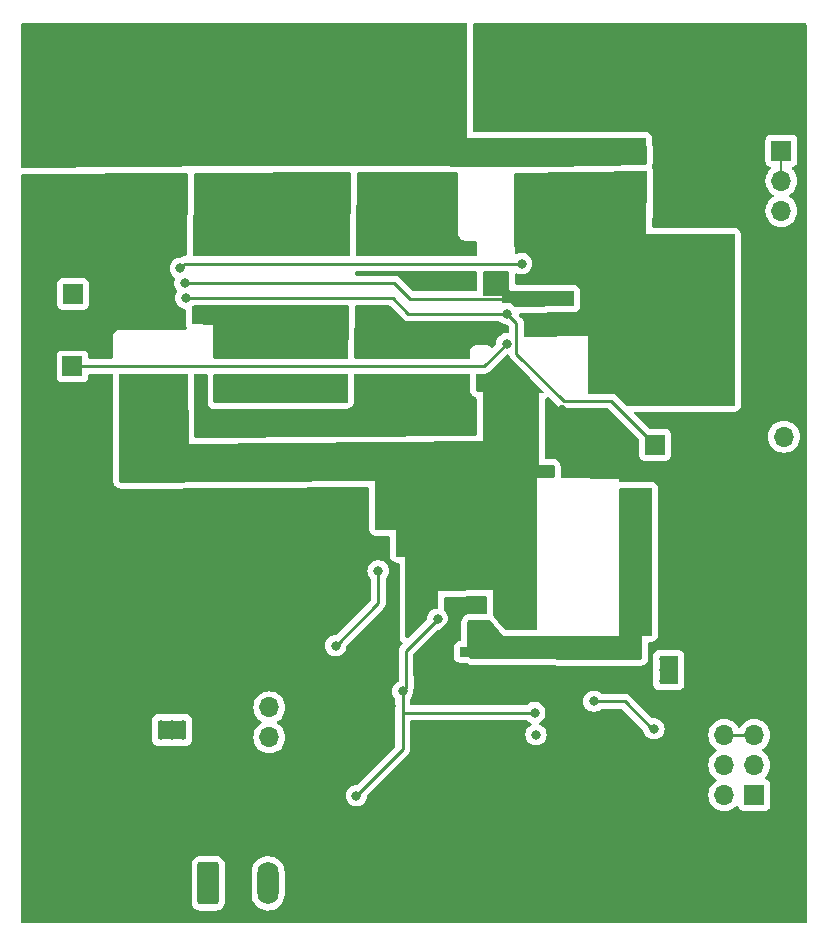
<source format=gbr>
%TF.GenerationSoftware,KiCad,Pcbnew,7.0.9*%
%TF.CreationDate,2024-02-29T12:22:54+05:30*%
%TF.ProjectId,RPS2,52505332-2e6b-4696-9361-645f70636258,rev?*%
%TF.SameCoordinates,Original*%
%TF.FileFunction,Copper,L2,Bot*%
%TF.FilePolarity,Positive*%
%FSLAX46Y46*%
G04 Gerber Fmt 4.6, Leading zero omitted, Abs format (unit mm)*
G04 Created by KiCad (PCBNEW 7.0.9) date 2024-02-29 12:22:54*
%MOMM*%
%LPD*%
G01*
G04 APERTURE LIST*
G04 Aperture macros list*
%AMRoundRect*
0 Rectangle with rounded corners*
0 $1 Rounding radius*
0 $2 $3 $4 $5 $6 $7 $8 $9 X,Y pos of 4 corners*
0 Add a 4 corners polygon primitive as box body*
4,1,4,$2,$3,$4,$5,$6,$7,$8,$9,$2,$3,0*
0 Add four circle primitives for the rounded corners*
1,1,$1+$1,$2,$3*
1,1,$1+$1,$4,$5*
1,1,$1+$1,$6,$7*
1,1,$1+$1,$8,$9*
0 Add four rect primitives between the rounded corners*
20,1,$1+$1,$2,$3,$4,$5,0*
20,1,$1+$1,$4,$5,$6,$7,0*
20,1,$1+$1,$6,$7,$8,$9,0*
20,1,$1+$1,$8,$9,$2,$3,0*%
G04 Aperture macros list end*
%TA.AperFunction,ComponentPad*%
%ADD10R,1.700000X1.700000*%
%TD*%
%TA.AperFunction,ComponentPad*%
%ADD11RoundRect,0.250000X0.650000X1.550000X-0.650000X1.550000X-0.650000X-1.550000X0.650000X-1.550000X0*%
%TD*%
%TA.AperFunction,ComponentPad*%
%ADD12O,1.800000X3.600000*%
%TD*%
%TA.AperFunction,ComponentPad*%
%ADD13O,1.700000X1.700000*%
%TD*%
%TA.AperFunction,ComponentPad*%
%ADD14RoundRect,0.250000X-0.650000X-1.550000X0.650000X-1.550000X0.650000X1.550000X-0.650000X1.550000X0*%
%TD*%
%TA.AperFunction,ComponentPad*%
%ADD15C,0.500000*%
%TD*%
%TA.AperFunction,SMDPad,CuDef*%
%ADD16R,1.650000X2.380000*%
%TD*%
%TA.AperFunction,SMDPad,CuDef*%
%ADD17R,2.380000X1.650000*%
%TD*%
%TA.AperFunction,SMDPad,CuDef*%
%ADD18R,3.500000X1.500000*%
%TD*%
%TA.AperFunction,ViaPad*%
%ADD19C,0.800000*%
%TD*%
%TA.AperFunction,ViaPad*%
%ADD20C,0.700000*%
%TD*%
%TA.AperFunction,Conductor*%
%ADD21C,0.250000*%
%TD*%
%TA.AperFunction,Conductor*%
%ADD22C,0.200000*%
%TD*%
G04 APERTURE END LIST*
D10*
%TO.P,IMON1,1,1*%
%TO.N,/IMON*%
X116154200Y-76301600D03*
%TD*%
D11*
%TO.P,Vout1,1*%
%TO.N,Net-(D2-K)*%
X87960200Y-44018200D03*
D12*
%TO.P,Vout1,2*%
X82880200Y-44018200D03*
%TD*%
D10*
%TO.P,RV1,1,1*%
%TO.N,GND*%
X127050800Y-80695800D03*
D13*
%TO.P,RV1,2,2*%
X127050800Y-78155800D03*
%TO.P,RV1,3,3*%
%TO.N,Net-(D2-A)*%
X127050800Y-75615800D03*
%TD*%
D10*
%TO.P,TEMP1,1,1*%
%TO.N,/IC1_TEMP*%
X66827400Y-69672200D03*
%TD*%
D14*
%TO.P,Vin1,1*%
%TO.N,/Vin*%
X78308200Y-113436400D03*
D12*
%TO.P,Vin1,2*%
X83388200Y-113436400D03*
%TD*%
D10*
%TO.P,RV2,1,1*%
%TO.N,/ILIM-*%
X126847600Y-51409600D03*
D13*
%TO.P,RV2,2,2*%
X126847600Y-53949600D03*
%TO.P,RV2,3,3*%
%TO.N,/ILIM+*%
X126847600Y-56489600D03*
%TD*%
D10*
%TO.P,SW1,1,C*%
%TO.N,GND*%
X83489800Y-96001600D03*
D13*
%TO.P,SW1,2,B*%
%TO.N,Net-(IC1-EN{slash}UV)*%
X83489800Y-98541600D03*
%TO.P,SW1,3,A*%
X83489800Y-101081600D03*
%TD*%
D15*
%TO.P,U1,9,EPAD*%
%TO.N,Net-(U1-EPAD)*%
X116722200Y-94435000D03*
X116722200Y-95375000D03*
X116722200Y-96315000D03*
D16*
X117297200Y-95375000D03*
D15*
X117872200Y-94435000D03*
X117872200Y-95375000D03*
X117872200Y-96315000D03*
%TD*%
%TO.P,U2,9,EPAD*%
%TO.N,Net-(U2-EPAD)*%
X76186000Y-99882000D03*
X75246000Y-99882000D03*
X74306000Y-99882000D03*
D17*
X75246000Y-100457000D03*
D15*
X76186000Y-101032000D03*
X75246000Y-101032000D03*
X74306000Y-101032000D03*
%TD*%
D10*
%TO.P,J1,1,Pin_1*%
%TO.N,Net-(D2-A)*%
X124551400Y-105966600D03*
D13*
%TO.P,J1,2,Pin_2*%
%TO.N,Net-(J1-Pin_2)*%
X122011400Y-105966600D03*
%TO.P,J1,3,Pin_3*%
%TO.N,Net-(D2-A)*%
X124551400Y-103426600D03*
%TO.P,J1,4,Pin_4*%
%TO.N,Net-(J1-Pin_4)*%
X122011400Y-103426600D03*
%TO.P,J1,5,Pin_5*%
%TO.N,Net-(D2-A)*%
X124551400Y-100886600D03*
%TO.P,J1,6,Pin_6*%
X122011400Y-100886600D03*
%TD*%
D15*
%TO.P,IC1,29,GND_9*%
%TO.N,GND*%
X99983800Y-95021400D03*
X98983800Y-95021400D03*
X97983800Y-95021400D03*
X96983800Y-95021400D03*
D18*
X98483800Y-95521400D03*
D15*
X99983800Y-96021400D03*
X98983800Y-96021400D03*
X97983800Y-96021400D03*
X96983800Y-96021400D03*
%TD*%
D10*
%TO.P,GND2,1,1*%
%TO.N,GND*%
X123850400Y-44323000D03*
%TD*%
%TO.P,TEMP2,1,1*%
%TO.N,/IC3_TEMP*%
X66878200Y-63550800D03*
%TD*%
D14*
%TO.P,GND1,1*%
%TO.N,GND*%
X113047500Y-113416900D03*
D12*
%TO.P,GND1,2*%
X118127500Y-113416900D03*
%TD*%
D11*
%TO.P,GND3,1*%
%TO.N,GND*%
X116873300Y-44088500D03*
D12*
%TO.P,GND3,2*%
X111793300Y-44088500D03*
%TD*%
D19*
%TO.N,/Vin*%
X106070400Y-100838000D03*
D20*
%TO.N,GND*%
X120908600Y-90369950D03*
X107408600Y-48969950D03*
X120908600Y-56169950D03*
X110108600Y-78669950D03*
X115508600Y-78669950D03*
X117308600Y-86769950D03*
X69608600Y-54369950D03*
X68708600Y-75069950D03*
X92108600Y-55269950D03*
X82208600Y-90369950D03*
X67808600Y-66969950D03*
X120908600Y-55269950D03*
X76808600Y-81369950D03*
X126308600Y-92169950D03*
X65108600Y-66969950D03*
X102908600Y-41769950D03*
X127208600Y-86769950D03*
X117308600Y-91269950D03*
X120008600Y-83169950D03*
X83108600Y-91269950D03*
X87608600Y-84069950D03*
X120008600Y-56169950D03*
X66908600Y-67869950D03*
X69608600Y-67869950D03*
X67808600Y-59769950D03*
X118208600Y-57069950D03*
X83108600Y-82269950D03*
X64208600Y-55269950D03*
X105608600Y-48969950D03*
X104708600Y-41769950D03*
X84008600Y-92169950D03*
X113708600Y-48069950D03*
X84008600Y-93069950D03*
X70508600Y-63369950D03*
X119108600Y-85869950D03*
X106508600Y-46269950D03*
X104708600Y-48969950D03*
X116408600Y-48969950D03*
X104708600Y-43569950D03*
X66008600Y-75069950D03*
X123608600Y-84069950D03*
X126308600Y-93969950D03*
X96608600Y-54369950D03*
X96608600Y-62469950D03*
X118208600Y-85869950D03*
X127208600Y-63369950D03*
X119108600Y-78669950D03*
X75908600Y-84969950D03*
X85808600Y-90369950D03*
X83108600Y-88569950D03*
X120008600Y-76869950D03*
X75008600Y-84069950D03*
X127208600Y-83169950D03*
X65108600Y-93969950D03*
X120908600Y-54369950D03*
X104708600Y-42669950D03*
X75908600Y-91269950D03*
X123608600Y-85869950D03*
X122708600Y-74169950D03*
X66008600Y-80469950D03*
X102908600Y-46269950D03*
X85808600Y-80469950D03*
X69608600Y-55269950D03*
X95708600Y-66969950D03*
X75908600Y-86769950D03*
X126308600Y-87669950D03*
X118208600Y-80469950D03*
X106508600Y-43569950D03*
X111908600Y-48069950D03*
X70508600Y-92169950D03*
X120008600Y-45369950D03*
X111908600Y-77769950D03*
X66008600Y-79569950D03*
X70508600Y-86769950D03*
X65108600Y-63369950D03*
X119108600Y-56169950D03*
X120908600Y-43569950D03*
X115508600Y-48069950D03*
X110108600Y-46269950D03*
X120008600Y-47169950D03*
X84008600Y-75069950D03*
X66908600Y-75969950D03*
X119108600Y-89469950D03*
X95708600Y-58869950D03*
X119108600Y-84969950D03*
X84008600Y-89469950D03*
X93908600Y-58869950D03*
X75908600Y-81369950D03*
X85808600Y-74169950D03*
X72308600Y-90369950D03*
X127208600Y-91269950D03*
X67808600Y-76869950D03*
X75008600Y-83169950D03*
X123608600Y-88569950D03*
X113708600Y-77769950D03*
X98408600Y-54369950D03*
X126308600Y-84069950D03*
X74108600Y-83169950D03*
X70508600Y-54369950D03*
X123608600Y-48069950D03*
X71408600Y-90369950D03*
X67808600Y-71469950D03*
X68708600Y-59769950D03*
X120908600Y-82269950D03*
X66008600Y-85869950D03*
X84908600Y-81369950D03*
X68708600Y-82269950D03*
X102008600Y-41769950D03*
X65108600Y-59769950D03*
X67808600Y-80469950D03*
X93908600Y-59769950D03*
X71408600Y-56169950D03*
X73208600Y-87669950D03*
X122708600Y-50769950D03*
D19*
X100352500Y-89890600D03*
D20*
X67808600Y-56169950D03*
X119108600Y-83169950D03*
X102008600Y-48969950D03*
X79508600Y-74169950D03*
X126308600Y-48969950D03*
X102908600Y-48069950D03*
X68708600Y-86769950D03*
X69608600Y-85869950D03*
X127208600Y-68769950D03*
X64208600Y-93969950D03*
X67808600Y-61569950D03*
X75908600Y-83169950D03*
X65108600Y-91269950D03*
X67808600Y-83169950D03*
X127208600Y-72369950D03*
X72308600Y-84069950D03*
X98408600Y-58869950D03*
X82208600Y-80469950D03*
X80408600Y-81369950D03*
X65108600Y-80469950D03*
X118208600Y-83169950D03*
X123608600Y-76869950D03*
X83108600Y-75069950D03*
X64208600Y-54369950D03*
X67808600Y-81369950D03*
X79508600Y-84969950D03*
X123608600Y-74169950D03*
X122708600Y-49869950D03*
X76808600Y-80469950D03*
X75008600Y-54369950D03*
X68708600Y-63369950D03*
X108308600Y-43569950D03*
X71408600Y-86769950D03*
X119108600Y-50769950D03*
X93908600Y-57969950D03*
X71408600Y-80469950D03*
X120008600Y-42669950D03*
X122708600Y-54369950D03*
X70508600Y-87669950D03*
X68708600Y-76869950D03*
X120908600Y-76869950D03*
X73208600Y-83169950D03*
X116408600Y-50769950D03*
X68708600Y-57069950D03*
X68708600Y-84069950D03*
X69608600Y-58869950D03*
X75008600Y-87669950D03*
X70508600Y-62469950D03*
X69608600Y-93969950D03*
X98408600Y-55269950D03*
X70508600Y-59769950D03*
X117308600Y-85869950D03*
X101108600Y-42669950D03*
X124508600Y-76869950D03*
X74108600Y-84969950D03*
X70508600Y-90369950D03*
X97508600Y-66969950D03*
X94808600Y-72369950D03*
X117308600Y-49869950D03*
X78608600Y-83169950D03*
X116408600Y-48069950D03*
X79508600Y-75069950D03*
X117308600Y-54369950D03*
X113708600Y-47169950D03*
X118208600Y-48969950D03*
X66908600Y-74169950D03*
X94808600Y-57069950D03*
X119108600Y-86769950D03*
X111908600Y-48969950D03*
X68708600Y-60669950D03*
X120008600Y-84969950D03*
X120008600Y-41769950D03*
X119108600Y-79569950D03*
X94808600Y-71469950D03*
X127208600Y-93969950D03*
X126308600Y-90369950D03*
X66908600Y-88569950D03*
X126308600Y-83169950D03*
X120908600Y-49869950D03*
X68708600Y-58869950D03*
X70508600Y-64269950D03*
X120008600Y-82269950D03*
X93908600Y-72369950D03*
X114608600Y-45369950D03*
X78608600Y-91269950D03*
X127208600Y-71469950D03*
X110108600Y-77769950D03*
X120008600Y-88569950D03*
X124508600Y-48969950D03*
X69608600Y-62469950D03*
X72308600Y-86769950D03*
X120908600Y-85869950D03*
X68708600Y-80469950D03*
X118208600Y-88569950D03*
X66908600Y-57969950D03*
X125408600Y-57969950D03*
X82208600Y-82269950D03*
X79508600Y-90369950D03*
X105608600Y-48069950D03*
X66008600Y-84969950D03*
X69608600Y-60669950D03*
X118208600Y-49869950D03*
X107408600Y-45369950D03*
X104708600Y-47169950D03*
X124508600Y-58869950D03*
X105608600Y-47169950D03*
X118208600Y-55269950D03*
X121808600Y-47169950D03*
X68708600Y-61569950D03*
X72308600Y-81369950D03*
X110108600Y-41769950D03*
X66008600Y-84069950D03*
X77708600Y-92169950D03*
X124508600Y-57969950D03*
X83108600Y-90369950D03*
X84908600Y-93969950D03*
X126308600Y-43569950D03*
X79508600Y-84069950D03*
X71408600Y-84969950D03*
X81308600Y-84069950D03*
X69608600Y-87669950D03*
X120008600Y-89469950D03*
X121808600Y-55269950D03*
X126308600Y-89469950D03*
X103808600Y-45369950D03*
X121808600Y-46269950D03*
X119108600Y-43569950D03*
X126308600Y-45369950D03*
X127208600Y-48069950D03*
X108308600Y-47169950D03*
X119108600Y-55269950D03*
X68708600Y-81369950D03*
X118208600Y-51669950D03*
X113708600Y-43569950D03*
X66908600Y-78669950D03*
X119108600Y-76869950D03*
X117308600Y-79569950D03*
X70508600Y-82269950D03*
X118208600Y-91269950D03*
X121808600Y-44469950D03*
X114608600Y-47169950D03*
X71408600Y-84069950D03*
X111908600Y-76869950D03*
X71408600Y-85869950D03*
X119108600Y-48969950D03*
X65108600Y-72369950D03*
X70508600Y-61569950D03*
X103808600Y-48969950D03*
X68708600Y-55269950D03*
X113708600Y-78669950D03*
X66008600Y-75969950D03*
X79508600Y-92169950D03*
X120008600Y-77769950D03*
X77708600Y-91269950D03*
X64208600Y-92169950D03*
X111008600Y-48969950D03*
X126308600Y-88569950D03*
X84008600Y-74169950D03*
X123608600Y-41769950D03*
X82208600Y-91269950D03*
X94808600Y-59769950D03*
X73208600Y-84069950D03*
X111008600Y-47169950D03*
X66008600Y-78669950D03*
X80408600Y-75069950D03*
X118208600Y-76869950D03*
X68708600Y-87669950D03*
X120008600Y-84069950D03*
X74108600Y-86769950D03*
X80408600Y-85869950D03*
X119108600Y-87669950D03*
X83108600Y-93969950D03*
X93008600Y-56169950D03*
X109208600Y-45369950D03*
X91208600Y-56169950D03*
X84008600Y-88569950D03*
X67808600Y-85869950D03*
X109208600Y-41769950D03*
X123608600Y-50769950D03*
X84908600Y-74169950D03*
X118208600Y-86769950D03*
X112808600Y-48069950D03*
X97508600Y-57069950D03*
X105608600Y-42669950D03*
X127208600Y-73269950D03*
X78608600Y-81369950D03*
X95708600Y-55269950D03*
X80408600Y-83169950D03*
D19*
X103276400Y-110769400D03*
D20*
X108308600Y-41769950D03*
X64208600Y-90369950D03*
X69608600Y-64269950D03*
X92108600Y-56169950D03*
X83108600Y-81369950D03*
X72308600Y-91269950D03*
X124508600Y-90369950D03*
X93908600Y-66969950D03*
X119108600Y-49869950D03*
X65108600Y-64269950D03*
X81308600Y-80469950D03*
X102008600Y-46269950D03*
X118208600Y-78669950D03*
X80408600Y-92169950D03*
X114608600Y-78669950D03*
X69608600Y-75969950D03*
X68708600Y-78669950D03*
X68708600Y-56169950D03*
X120908600Y-45369950D03*
X122708600Y-51669950D03*
X117308600Y-48969950D03*
X84908600Y-89469950D03*
X81308600Y-84969950D03*
X66008600Y-81369950D03*
X123608600Y-77769950D03*
X71408600Y-59769950D03*
X123608600Y-79569950D03*
X108308600Y-48069950D03*
X72308600Y-87669950D03*
X80408600Y-80469950D03*
X101108600Y-48969950D03*
X120908600Y-83169950D03*
X112808600Y-47169950D03*
X80408600Y-90369950D03*
X117308600Y-80469950D03*
X109208600Y-42669950D03*
X120008600Y-48969950D03*
X120008600Y-54369950D03*
X83108600Y-74169950D03*
X111008600Y-78669950D03*
X124508600Y-80469950D03*
X98408600Y-59769950D03*
D19*
X90805000Y-108356400D03*
D20*
X75008600Y-84969950D03*
X120908600Y-84069950D03*
X121808600Y-50769950D03*
X123608600Y-48969950D03*
X111008600Y-77769950D03*
X65108600Y-54369950D03*
X105608600Y-41769950D03*
X76808600Y-90369950D03*
X114608600Y-42669950D03*
X105608600Y-43569950D03*
X65108600Y-60669950D03*
X119108600Y-80469950D03*
X99308600Y-72369950D03*
X103808600Y-44469950D03*
X127208600Y-60669950D03*
X69608600Y-63369950D03*
X66908600Y-83169950D03*
X110108600Y-48069950D03*
X80408600Y-82269950D03*
X119108600Y-41769950D03*
X102908600Y-48969950D03*
X75008600Y-81369950D03*
X80408600Y-84969950D03*
X66008600Y-77769950D03*
X117308600Y-90369950D03*
X120908600Y-41769950D03*
X98408600Y-62469950D03*
X120908600Y-78669950D03*
X84008600Y-82269950D03*
X117308600Y-55269950D03*
X65108600Y-74169950D03*
X82208600Y-75069950D03*
X71408600Y-81369950D03*
X70508600Y-83169950D03*
X123608600Y-87669950D03*
X113708600Y-42669950D03*
X97508600Y-58869950D03*
X117308600Y-57069950D03*
X84008600Y-91269950D03*
X127208600Y-90369950D03*
X121808600Y-51669950D03*
X120008600Y-87669950D03*
X65108600Y-84069950D03*
X77708600Y-86769950D03*
X127208600Y-64269950D03*
X81308600Y-90369950D03*
X117308600Y-47169950D03*
X65108600Y-82269950D03*
X82208600Y-84069950D03*
X97508600Y-62469950D03*
X91208600Y-80469950D03*
X73208600Y-86769950D03*
X120008600Y-57069950D03*
X82208600Y-89469950D03*
X119108600Y-48069950D03*
X70508600Y-57969950D03*
X66908600Y-61569950D03*
X77708600Y-80469950D03*
X84908600Y-75069950D03*
X120008600Y-51669950D03*
X122708600Y-55269950D03*
X70508600Y-65169950D03*
X120908600Y-51669950D03*
X123608600Y-89469950D03*
X112808600Y-78669950D03*
X126308600Y-44469950D03*
X121808600Y-74169950D03*
X69608600Y-83169950D03*
X105608600Y-44469950D03*
X77708600Y-82269950D03*
X70508600Y-60669950D03*
X66008600Y-58869950D03*
X120908600Y-44469950D03*
X127208600Y-84069950D03*
X95708600Y-56169950D03*
X117308600Y-87669950D03*
X121808600Y-48969950D03*
X125408600Y-92169950D03*
X108308600Y-45369950D03*
X66908600Y-60669950D03*
X97508600Y-55269950D03*
X102008600Y-47169950D03*
X70508600Y-55269950D03*
X112808600Y-48969950D03*
X123608600Y-55269950D03*
X65108600Y-83169950D03*
X76808600Y-84969950D03*
X79508600Y-91269950D03*
X116408600Y-56169950D03*
X69608600Y-81369950D03*
X67808600Y-74169950D03*
X85808600Y-75069950D03*
X93008600Y-54369950D03*
X70508600Y-56169950D03*
X84908600Y-92169950D03*
X97508600Y-56169950D03*
X127208600Y-47169950D03*
X106508600Y-44469950D03*
X124508600Y-84069950D03*
X69608600Y-59769950D03*
X101108600Y-41769950D03*
X121808600Y-49869950D03*
X65108600Y-93069950D03*
X126308600Y-84969950D03*
X83108600Y-83169950D03*
X65108600Y-66069950D03*
X118208600Y-84969950D03*
X127208600Y-70569950D03*
X120908600Y-50769950D03*
X118208600Y-77769950D03*
X125408600Y-93069950D03*
X79508600Y-82269950D03*
X123608600Y-46269950D03*
X120908600Y-81369950D03*
X69608600Y-82269950D03*
X118208600Y-87669950D03*
X103808600Y-42669950D03*
X119108600Y-90369950D03*
X78608600Y-84069950D03*
X119108600Y-57069950D03*
X127208600Y-58869950D03*
X93908600Y-54369950D03*
X66008600Y-83169950D03*
X111908600Y-47169950D03*
X66908600Y-82269950D03*
X65108600Y-75069950D03*
X65108600Y-61569950D03*
X109208600Y-48069950D03*
X120008600Y-79569950D03*
X84908600Y-93069950D03*
X84908600Y-91269950D03*
X70508600Y-81369950D03*
X119108600Y-91269950D03*
X102008600Y-48069950D03*
X77708600Y-84969950D03*
X74108600Y-87669950D03*
X120008600Y-50769950D03*
X117308600Y-78669950D03*
X102908600Y-42669950D03*
X64208600Y-93069950D03*
X107408600Y-73269950D03*
X119108600Y-47169950D03*
X65108600Y-76869950D03*
X106508600Y-42669950D03*
X105608600Y-45369950D03*
X127208600Y-67869950D03*
X86708600Y-84969950D03*
X66908600Y-79569950D03*
X124508600Y-89469950D03*
X70508600Y-84969950D03*
X117308600Y-88569950D03*
X67808600Y-67869950D03*
X67808600Y-75969950D03*
X77708600Y-87669950D03*
X67808600Y-58869950D03*
X81308600Y-74169950D03*
X79508600Y-85869950D03*
X122708600Y-47169950D03*
X67808600Y-75069950D03*
X94808600Y-57969950D03*
X92108600Y-57069950D03*
X114608600Y-48069950D03*
X101108600Y-48069950D03*
X65108600Y-68769950D03*
X69608600Y-84969950D03*
X127208600Y-65169950D03*
X94808600Y-54369950D03*
X72308600Y-80469950D03*
X118208600Y-92169950D03*
X105608600Y-46269950D03*
X113708600Y-46269950D03*
X69608600Y-57069950D03*
X108308600Y-73269950D03*
X78608600Y-87669950D03*
X84008600Y-87669950D03*
X108308600Y-42669950D03*
X69608600Y-78669950D03*
X74108600Y-82269950D03*
X65108600Y-75969950D03*
X94808600Y-58869950D03*
X66908600Y-73269950D03*
X96608600Y-58869950D03*
X123608600Y-83169950D03*
X120908600Y-86769950D03*
X98408600Y-56169950D03*
X120908600Y-88569950D03*
X85808600Y-88569950D03*
X97508600Y-54369950D03*
X85808600Y-93069950D03*
X92108600Y-54369950D03*
X65108600Y-70569950D03*
X77708600Y-83169950D03*
X66008600Y-71469950D03*
X113708600Y-41769950D03*
X127208600Y-84969950D03*
X116408600Y-54369950D03*
X70508600Y-84069950D03*
X94808600Y-55269950D03*
X115508600Y-48969950D03*
X127208600Y-61569950D03*
X75008600Y-82269950D03*
X75908600Y-54369950D03*
X125408600Y-85869950D03*
X98408600Y-57069950D03*
X123608600Y-90369950D03*
X79508600Y-80469950D03*
X124508600Y-50769950D03*
X108308600Y-44469950D03*
X125408600Y-84969950D03*
X66908600Y-59769950D03*
X113708600Y-44469950D03*
X81308600Y-83169950D03*
X125408600Y-47169950D03*
X79508600Y-83169950D03*
X95708600Y-59769950D03*
X68708600Y-62469950D03*
X64208600Y-91269950D03*
X65108600Y-65169950D03*
X114608600Y-44469950D03*
X96608600Y-56169950D03*
X66908600Y-86769950D03*
X121808600Y-48069950D03*
X122708600Y-48969950D03*
X117308600Y-84969950D03*
X66908600Y-71469950D03*
X97508600Y-71469950D03*
X85808600Y-92169950D03*
X73208600Y-80469950D03*
X124508600Y-85869950D03*
X75008600Y-86769950D03*
X123608600Y-47169950D03*
X93908600Y-55269950D03*
X71408600Y-83169950D03*
X70508600Y-80469950D03*
X124508600Y-77769950D03*
X121808600Y-41769950D03*
X67808600Y-72369950D03*
X66008600Y-76869950D03*
X66008600Y-74169950D03*
X123608600Y-80469950D03*
X72308600Y-92169950D03*
X97508600Y-67869950D03*
X71408600Y-87669950D03*
X66908600Y-66969950D03*
X72308600Y-84969950D03*
X123608600Y-82269950D03*
X65108600Y-73269950D03*
X66008600Y-59769950D03*
X124508600Y-79569950D03*
X72308600Y-83169950D03*
X122708600Y-46269950D03*
X72308600Y-54369950D03*
X66908600Y-84069950D03*
X124508600Y-55269950D03*
X120908600Y-89469950D03*
X98408600Y-67869950D03*
X126308600Y-91269950D03*
X119108600Y-42669950D03*
X113708600Y-48969950D03*
X81308600Y-91269950D03*
X124508600Y-83169950D03*
X117308600Y-83169950D03*
X65108600Y-79569950D03*
X124508600Y-81369950D03*
X67808600Y-79569950D03*
X107408600Y-48069950D03*
X67808600Y-84069950D03*
X102008600Y-42669950D03*
X124508600Y-84969950D03*
X70508600Y-58869950D03*
X71408600Y-92169950D03*
X126308600Y-47169950D03*
X125408600Y-87669950D03*
X120908600Y-74169950D03*
X126308600Y-85869950D03*
X72308600Y-85869950D03*
X69608600Y-79569950D03*
X70508600Y-57069950D03*
X75908600Y-85869950D03*
X69608600Y-75069950D03*
X66008600Y-61569950D03*
X114608600Y-48969950D03*
X86708600Y-93969950D03*
X77708600Y-81369950D03*
X123608600Y-81369950D03*
X120908600Y-47169950D03*
X120908600Y-87669950D03*
X71408600Y-93069950D03*
X72308600Y-93069950D03*
X98408600Y-72369950D03*
X102908600Y-47169950D03*
X65108600Y-67869950D03*
X84008600Y-93969950D03*
X75008600Y-80469950D03*
X75908600Y-84069950D03*
X124508600Y-82269950D03*
X127208600Y-85869950D03*
X109208600Y-48969950D03*
X70508600Y-85869950D03*
X68708600Y-84969950D03*
X124508600Y-74169950D03*
X124508600Y-88569950D03*
X85808600Y-93969950D03*
X116408600Y-78669950D03*
X75908600Y-80469950D03*
D19*
X93766500Y-98399600D03*
D20*
X76808600Y-82269950D03*
X126308600Y-46269950D03*
X125408600Y-41769950D03*
X117308600Y-89469950D03*
X119108600Y-81369950D03*
X84908600Y-88569950D03*
X118208600Y-84069950D03*
X125408600Y-90369950D03*
X94808600Y-56169950D03*
X117308600Y-50769950D03*
X95708600Y-57969950D03*
X71408600Y-57969950D03*
X127208600Y-92169950D03*
X77708600Y-90369950D03*
X125408600Y-48069950D03*
X119108600Y-45369950D03*
X70508600Y-93969950D03*
X64208600Y-94869950D03*
X116408600Y-51669950D03*
X67808600Y-73269950D03*
X124508600Y-86769950D03*
X84008600Y-80469950D03*
X125408600Y-83169950D03*
X81308600Y-93069950D03*
X69608600Y-76869950D03*
D19*
X103632000Y-100203000D03*
D20*
X112808600Y-77769950D03*
X111008600Y-48069950D03*
X65108600Y-62469950D03*
X80408600Y-93069950D03*
X83108600Y-92169950D03*
X127208600Y-62469950D03*
X81308600Y-75069950D03*
X103808600Y-41769950D03*
X116408600Y-49869950D03*
X100208600Y-59769950D03*
X118208600Y-54369950D03*
X67808600Y-86769950D03*
X66008600Y-73269950D03*
X84908600Y-80469950D03*
X117308600Y-81369950D03*
X91208600Y-88569950D03*
X109208600Y-77769950D03*
X118208600Y-56169950D03*
X86708600Y-93069950D03*
X120908600Y-57069950D03*
X123608600Y-51669950D03*
X120908600Y-77769950D03*
X119108600Y-84069950D03*
X94808600Y-66969950D03*
X120008600Y-49869950D03*
X83108600Y-93069950D03*
X66008600Y-72369950D03*
X84008600Y-81369950D03*
X124508600Y-41769950D03*
X120908600Y-79569950D03*
X107408600Y-46269950D03*
X76808600Y-92169950D03*
X120008600Y-86769950D03*
X69608600Y-86769950D03*
X78608600Y-84969950D03*
X120008600Y-44469950D03*
X69608600Y-92169950D03*
X83108600Y-80469950D03*
X74108600Y-80469950D03*
X120008600Y-81369950D03*
X125408600Y-89469950D03*
X81308600Y-93969950D03*
X127208600Y-93069950D03*
X114608600Y-46269950D03*
X93908600Y-56169950D03*
X119108600Y-88569950D03*
X110108600Y-48969950D03*
X119108600Y-44469950D03*
X106508600Y-48069950D03*
X125408600Y-76869950D03*
X104708600Y-48069950D03*
X69608600Y-84069950D03*
X119108600Y-77769950D03*
X67808600Y-87669950D03*
X65108600Y-92169950D03*
X71408600Y-58869950D03*
X117308600Y-56169950D03*
X73208600Y-81369950D03*
X73208600Y-93969950D03*
X119108600Y-54369950D03*
X114608600Y-41769950D03*
X95708600Y-72369950D03*
X101108600Y-47169950D03*
X120008600Y-46269950D03*
X87608600Y-84969950D03*
X109208600Y-47169950D03*
X82208600Y-74169950D03*
X66908600Y-57069950D03*
X124508600Y-54369950D03*
X120008600Y-85869950D03*
X120908600Y-84969950D03*
X66008600Y-87669950D03*
X94808600Y-67869950D03*
X75908600Y-90369950D03*
X81308600Y-92169950D03*
X95708600Y-71469950D03*
X120008600Y-43569950D03*
X69608600Y-57969950D03*
X106508600Y-41769950D03*
X97508600Y-57969950D03*
X121808600Y-45369950D03*
X70508600Y-93069950D03*
X124508600Y-78669950D03*
X66908600Y-75069950D03*
X126308600Y-42669950D03*
X76808600Y-86769950D03*
X65108600Y-86769950D03*
X67808600Y-57069950D03*
X117308600Y-51669950D03*
X67808600Y-82269950D03*
X75008600Y-85869950D03*
X96608600Y-66969950D03*
X76808600Y-87669950D03*
X127208600Y-66069950D03*
X127208600Y-46269950D03*
X125408600Y-88569950D03*
X96608600Y-59769950D03*
X66908600Y-85869950D03*
X120908600Y-42669950D03*
X107408600Y-41769950D03*
X82208600Y-81369950D03*
X103808600Y-48069950D03*
X127208600Y-59769950D03*
X99308600Y-59769950D03*
X103808600Y-46269950D03*
X79508600Y-81369950D03*
X66908600Y-77769950D03*
X66908600Y-66069950D03*
X96608600Y-57969950D03*
X72308600Y-82269950D03*
X117308600Y-82269950D03*
X103808600Y-47169950D03*
X123608600Y-54369950D03*
X120908600Y-46269950D03*
X68708600Y-79569950D03*
X109208600Y-78669950D03*
X67808600Y-77769950D03*
X71408600Y-55269950D03*
X71408600Y-93969950D03*
X107408600Y-47169950D03*
X93908600Y-66069950D03*
X108308600Y-46269950D03*
X126308600Y-58869950D03*
X78608600Y-80469950D03*
X69608600Y-93069950D03*
X78608600Y-90369950D03*
X82208600Y-83169950D03*
X75908600Y-87669950D03*
X97508600Y-59769950D03*
X126308600Y-93069950D03*
X74108600Y-81369950D03*
X127208600Y-69669950D03*
X66908600Y-58869950D03*
X67808600Y-60669950D03*
X66008600Y-60669950D03*
X93908600Y-67869950D03*
X69608600Y-77769950D03*
X96608600Y-71469950D03*
X68708600Y-67869950D03*
X81308600Y-82269950D03*
X80408600Y-91269950D03*
X96608600Y-57069950D03*
X66008600Y-67869950D03*
X120008600Y-80469950D03*
X66008600Y-57969950D03*
X127208600Y-43569950D03*
X84008600Y-90369950D03*
X122708600Y-41769950D03*
X106508600Y-45369950D03*
X120008600Y-55269950D03*
X73208600Y-54369950D03*
X82208600Y-93069950D03*
X93908600Y-71469950D03*
X118208600Y-47169950D03*
X65108600Y-84969950D03*
X125408600Y-91269950D03*
X78608600Y-82269950D03*
X117308600Y-84069950D03*
X125408600Y-93969950D03*
X85808600Y-91269950D03*
X84908600Y-90369950D03*
X124508600Y-87669950D03*
X66008600Y-86769950D03*
X109208600Y-46269950D03*
X127208600Y-89469950D03*
X125408600Y-58869950D03*
X74108600Y-54369950D03*
X66908600Y-76869950D03*
X107408600Y-42669950D03*
X77708600Y-85869950D03*
X119108600Y-46269950D03*
X78608600Y-86769950D03*
X96608600Y-67869950D03*
X68708600Y-83169950D03*
X71408600Y-91269950D03*
X73208600Y-84969950D03*
X116408600Y-55269950D03*
X111908600Y-78669950D03*
X124508600Y-51669950D03*
X86708600Y-75069950D03*
X103808600Y-43569950D03*
X65108600Y-81369950D03*
X71408600Y-57069950D03*
X106508600Y-47169950D03*
X81308600Y-81369950D03*
X68708600Y-77769950D03*
X78608600Y-92169950D03*
X65108600Y-58869950D03*
X75908600Y-82269950D03*
X71408600Y-54369950D03*
X95708600Y-57069950D03*
X107408600Y-44469950D03*
X76808600Y-85869950D03*
X101108600Y-46269950D03*
X80408600Y-84069950D03*
X124508600Y-47169950D03*
X74108600Y-84069950D03*
X114608600Y-43569950D03*
X68708600Y-57969950D03*
X120908600Y-48969950D03*
X119108600Y-82269950D03*
X77708600Y-84069950D03*
X116408600Y-47169950D03*
X126308600Y-86769950D03*
X79508600Y-86769950D03*
X116408600Y-57069950D03*
X66908600Y-87669950D03*
X113708600Y-45369950D03*
X118208600Y-90369950D03*
X85808600Y-89469950D03*
X69608600Y-91269950D03*
X72308600Y-93969950D03*
X91208600Y-57069950D03*
X96608600Y-55269950D03*
X121808600Y-54369950D03*
X115508600Y-47169950D03*
X126308600Y-41769950D03*
X78608600Y-85869950D03*
X65108600Y-69669950D03*
X67808600Y-78669950D03*
X120908600Y-48069950D03*
X118208600Y-48069950D03*
X82208600Y-93969950D03*
X95708600Y-67869950D03*
X110108600Y-47169950D03*
X93008600Y-55269950D03*
X66908600Y-81369950D03*
X98408600Y-57969950D03*
X66008600Y-66069950D03*
X65108600Y-78669950D03*
X66008600Y-66969950D03*
X97508600Y-72369950D03*
X120008600Y-90369950D03*
X104708600Y-44469950D03*
X109208600Y-43569950D03*
X121808600Y-42669950D03*
X86708600Y-74169950D03*
X123608600Y-78669950D03*
X125408600Y-84069950D03*
X65108600Y-77769950D03*
X127208600Y-45369950D03*
X95708600Y-54369950D03*
X70508600Y-91269950D03*
X69608600Y-61569950D03*
X67808600Y-57969950D03*
X118208600Y-81369950D03*
X66908600Y-80469950D03*
X127208600Y-48969950D03*
X118208600Y-82269950D03*
X120908600Y-80469950D03*
X120008600Y-48069950D03*
X117308600Y-92169950D03*
D19*
X91635088Y-99449480D03*
D20*
X98408600Y-66969950D03*
X82208600Y-92169950D03*
X74108600Y-85869950D03*
X124508600Y-48069950D03*
X123608600Y-84969950D03*
X123608600Y-86769950D03*
X76808600Y-83169950D03*
X93908600Y-57069950D03*
X123608600Y-49869950D03*
X93008600Y-57069950D03*
X66908600Y-72369950D03*
X65108600Y-71469950D03*
X76808600Y-91269950D03*
X69608600Y-80469950D03*
X127208600Y-87669950D03*
X125408600Y-48969950D03*
X126308600Y-48069950D03*
X104708600Y-46269950D03*
X127208600Y-88569950D03*
X65108600Y-85869950D03*
X118208600Y-79569950D03*
X73208600Y-85869950D03*
X68708600Y-85869950D03*
X71408600Y-82269950D03*
X66908600Y-84969950D03*
X120008600Y-78669950D03*
X127208600Y-44469950D03*
X96608600Y-72369950D03*
X69608600Y-56169950D03*
X127208600Y-66969950D03*
X67808600Y-84969950D03*
X108308600Y-48969950D03*
X125408600Y-86769950D03*
X107408600Y-43569950D03*
X66008600Y-82269950D03*
X124508600Y-49869950D03*
X127208600Y-42669950D03*
X68708600Y-75969950D03*
X73208600Y-82269950D03*
X119108600Y-51669950D03*
X117308600Y-48069950D03*
X127208600Y-41769950D03*
X83108600Y-89469950D03*
X76808600Y-84069950D03*
X125408600Y-74169950D03*
X122708600Y-48069950D03*
X104708600Y-45369950D03*
X80408600Y-74169950D03*
X106508600Y-48969950D03*
X118208600Y-89469950D03*
X121808600Y-43569950D03*
X118208600Y-50769950D03*
X109208600Y-44469950D03*
D19*
%TO.N,/INTVCC*%
X105968800Y-98983800D03*
X97733800Y-91084400D03*
X94787026Y-97169927D03*
X90855800Y-106019600D03*
D20*
%TO.N,/SW*%
X113708600Y-80469950D03*
X110108600Y-93969950D03*
X113708600Y-90369950D03*
X112808600Y-93969950D03*
D19*
X101498400Y-93522800D03*
D20*
X113708600Y-93069950D03*
X111008600Y-93969950D03*
X104708600Y-93969950D03*
X108308600Y-93069950D03*
X114608600Y-91269950D03*
X105608600Y-93969950D03*
X110108600Y-93069950D03*
X102908600Y-93069950D03*
X111908600Y-93069950D03*
X114608600Y-87669950D03*
X114608600Y-82269950D03*
X107408600Y-93069950D03*
X103808600Y-93969950D03*
X113708600Y-92169950D03*
X114608600Y-92169950D03*
X113708600Y-81369950D03*
X114608600Y-81369950D03*
X107408600Y-93969950D03*
X105608600Y-93069950D03*
X109208600Y-93069950D03*
X114608600Y-80469950D03*
X111908600Y-93969950D03*
X113708600Y-91269950D03*
X111008600Y-93069950D03*
X106508600Y-93969950D03*
X114608600Y-90369950D03*
X104708600Y-93069950D03*
X113708600Y-82269950D03*
D19*
X102844600Y-93980000D03*
D20*
X108308600Y-93969950D03*
X106508600Y-93069950D03*
X109208600Y-93969950D03*
X112808600Y-93069950D03*
X103808600Y-93069950D03*
D19*
X102362000Y-92176600D03*
D20*
X113708600Y-93969950D03*
X114608600Y-84969950D03*
%TO.N,Net-(C8-+)*%
X102908600Y-72369950D03*
X71408600Y-76869950D03*
X100208600Y-86769950D03*
X72308600Y-78669950D03*
X94808600Y-80469950D03*
X72308600Y-75969950D03*
X72308600Y-75069950D03*
X75908600Y-78669950D03*
X75908600Y-74169950D03*
X105608600Y-80469950D03*
X79508600Y-78669950D03*
X93908600Y-80469950D03*
X102008600Y-87669950D03*
X75008600Y-73269950D03*
X101108600Y-85869950D03*
X105608600Y-78669950D03*
X97508600Y-80469950D03*
D19*
X92633800Y-78816200D03*
D20*
X85808600Y-77769950D03*
X102908600Y-77769950D03*
X95708600Y-80469950D03*
X80408600Y-76869950D03*
X82208600Y-78669950D03*
X104708600Y-79569950D03*
X96608600Y-83169950D03*
X72308600Y-77769950D03*
X78608600Y-76869950D03*
X102908600Y-73269950D03*
X102008600Y-84069950D03*
X77708600Y-78669950D03*
X99308600Y-87669950D03*
X99308600Y-81369950D03*
X95708600Y-81369950D03*
D19*
X91643200Y-78917800D03*
D20*
X102908600Y-79569950D03*
X76808600Y-76869950D03*
X75008600Y-71469950D03*
X100208600Y-82269950D03*
X96608600Y-81369950D03*
X99308600Y-84969950D03*
X104708600Y-81369950D03*
X104708600Y-78669950D03*
X84908600Y-78669950D03*
X75008600Y-72369950D03*
X73208600Y-78669950D03*
X103808600Y-82269950D03*
X95708600Y-79569950D03*
X75008600Y-74169950D03*
X86708600Y-76869950D03*
X100208600Y-79569950D03*
X84008600Y-78669950D03*
X75908600Y-75969950D03*
X104708600Y-84969950D03*
D19*
X90652600Y-78943200D03*
D20*
X102008600Y-82269950D03*
X78608600Y-78669950D03*
D19*
X89636600Y-78917800D03*
D20*
X105608600Y-73269950D03*
X99308600Y-79569950D03*
X97508600Y-84069950D03*
X93008600Y-80469950D03*
X97508600Y-81369950D03*
X98408600Y-80469950D03*
X105608600Y-82269950D03*
X97508600Y-84969950D03*
X102908600Y-81369950D03*
X103808600Y-73269950D03*
X99308600Y-84069950D03*
X81308600Y-78669950D03*
X100208600Y-84969950D03*
X99308600Y-85869950D03*
X97508600Y-83169950D03*
X83108600Y-76869950D03*
X75008600Y-75969950D03*
X79508600Y-76869950D03*
X101108600Y-83169950D03*
X80408600Y-78669950D03*
X85808600Y-78669950D03*
X74108600Y-75969950D03*
X71408600Y-78669950D03*
X100208600Y-85869950D03*
X100208600Y-83169950D03*
X82208600Y-77769950D03*
X85808600Y-76869950D03*
X97508600Y-85869950D03*
X103808600Y-72369950D03*
X101108600Y-81369950D03*
X102008600Y-84969950D03*
X102008600Y-85869950D03*
X102908600Y-80469950D03*
X103808600Y-81369950D03*
X98408600Y-84069950D03*
X102008600Y-83169950D03*
X77708600Y-76869950D03*
X98408600Y-84969950D03*
X98408600Y-81369950D03*
X104708600Y-72369950D03*
X80408600Y-77769950D03*
X96608600Y-80469950D03*
X98408600Y-83169950D03*
X103808600Y-79569950D03*
X105608600Y-79569950D03*
X75008600Y-75069950D03*
X71408600Y-75969950D03*
X82208600Y-76869950D03*
X86708600Y-77769950D03*
X73208600Y-77769950D03*
X74108600Y-75069950D03*
X99308600Y-86769950D03*
X104708600Y-77769950D03*
X77708600Y-77769950D03*
X96608600Y-79569950D03*
X103808600Y-77769950D03*
X104708600Y-80469950D03*
X81308600Y-76869950D03*
X74108600Y-78669950D03*
X73208600Y-76869950D03*
X101108600Y-84069950D03*
X97508600Y-79569950D03*
X105608600Y-77769950D03*
X79508600Y-77769950D03*
X102908600Y-78669950D03*
X84008600Y-76869950D03*
X103808600Y-78669950D03*
X97508600Y-82269950D03*
X101108600Y-82269950D03*
X105608600Y-81369950D03*
X94808600Y-79569950D03*
X75908600Y-75069950D03*
X106508600Y-78669950D03*
D19*
X88671400Y-78917800D03*
D20*
X84008600Y-77769950D03*
X101108600Y-87669950D03*
X78608600Y-77769950D03*
X101108600Y-86769950D03*
X83108600Y-77769950D03*
X75908600Y-77769950D03*
X75008600Y-76869950D03*
X86708600Y-78669950D03*
X98408600Y-87669950D03*
X74108600Y-76869950D03*
X99308600Y-80469950D03*
X84908600Y-77769950D03*
X72308600Y-76869950D03*
X98408600Y-79569950D03*
X101108600Y-84969950D03*
X102908600Y-82269950D03*
X73208600Y-75069950D03*
X81308600Y-77769950D03*
X100208600Y-84069950D03*
X98408600Y-85869950D03*
X102008600Y-79569950D03*
X104708600Y-73269950D03*
X75908600Y-72369950D03*
X83108600Y-78669950D03*
X71408600Y-75069950D03*
X93008600Y-79569950D03*
X95708600Y-82269950D03*
X101108600Y-80469950D03*
X75008600Y-77769950D03*
X76808600Y-78669950D03*
X75908600Y-73269950D03*
X102008600Y-86769950D03*
X84908600Y-76869950D03*
X73208600Y-75969950D03*
X105608600Y-72369950D03*
X75908600Y-76869950D03*
X71408600Y-77769950D03*
X98408600Y-86769950D03*
X99308600Y-82269950D03*
X100208600Y-87669950D03*
X75908600Y-71469950D03*
X75008600Y-78669950D03*
X103808600Y-80469950D03*
X104708600Y-87669950D03*
X104708600Y-82269950D03*
X98408600Y-82269950D03*
X100208600Y-81369950D03*
X102008600Y-81369950D03*
X99308600Y-83169950D03*
X101108600Y-79569950D03*
X74108600Y-77769950D03*
X100208600Y-80469950D03*
X96608600Y-82269950D03*
D19*
X87655400Y-78867000D03*
D20*
X102008600Y-80469950D03*
X93908600Y-79569950D03*
X76808600Y-77769950D03*
D19*
%TO.N,Net-(Q4-C)*%
X92710000Y-86969600D03*
X89115300Y-93319600D03*
%TO.N,Net-(D2-A)*%
X76327000Y-62604600D03*
X103598100Y-63533900D03*
D20*
%TO.N,Net-(C20-Pad2)*%
X82208600Y-71469950D03*
X78608600Y-57069950D03*
X84008600Y-55269950D03*
X83108600Y-55269950D03*
X82208600Y-57069950D03*
X79508600Y-57069950D03*
X89408600Y-56169950D03*
X82208600Y-54369950D03*
X80408600Y-57969950D03*
X85808600Y-58869950D03*
X83108600Y-57969950D03*
X86708600Y-55269950D03*
X83108600Y-71469950D03*
X81308600Y-57069950D03*
X87608600Y-55269950D03*
X80408600Y-71469950D03*
X79508600Y-57969950D03*
X84008600Y-56169950D03*
X81308600Y-71469950D03*
X86708600Y-57969950D03*
X85808600Y-55269950D03*
X85808600Y-66969950D03*
X78608600Y-56169950D03*
X78608600Y-54369950D03*
X83108600Y-58869950D03*
X89408600Y-55269950D03*
X84908600Y-67869950D03*
X79508600Y-66969950D03*
X81308600Y-57969950D03*
X84008600Y-54369950D03*
X88508600Y-57069950D03*
X84008600Y-66969950D03*
X83108600Y-56169950D03*
X82208600Y-58869950D03*
X86708600Y-56169950D03*
X87608600Y-56169950D03*
X87608600Y-54369950D03*
X86708600Y-58869950D03*
X79508600Y-58869950D03*
X84908600Y-66969950D03*
X78608600Y-55269950D03*
X80408600Y-56169950D03*
X87608600Y-57069950D03*
X78608600Y-57969950D03*
X89408600Y-54369950D03*
X82208600Y-57969950D03*
X85808600Y-57969950D03*
X85808600Y-71469950D03*
X88508600Y-55269950D03*
X79508600Y-71469950D03*
X79508600Y-56169950D03*
X81308600Y-56169950D03*
X85808600Y-57069950D03*
X89408600Y-57069950D03*
X87608600Y-57969950D03*
X84908600Y-57969950D03*
X88508600Y-56169950D03*
X85808600Y-67869950D03*
X82208600Y-55269950D03*
X79508600Y-67869950D03*
X84008600Y-57969950D03*
X84908600Y-54369950D03*
X84008600Y-71469950D03*
X86708600Y-66969950D03*
X84008600Y-67869950D03*
X86708600Y-57069950D03*
X80408600Y-57069950D03*
X85808600Y-56169950D03*
X80408600Y-58869950D03*
X82208600Y-56169950D03*
X85808600Y-54369950D03*
X81308600Y-58869950D03*
X84908600Y-71469950D03*
X86708600Y-54369950D03*
X84908600Y-56169950D03*
X83108600Y-54369950D03*
X84908600Y-58869950D03*
X83108600Y-57069950D03*
X84008600Y-58869950D03*
X88508600Y-54369950D03*
X84908600Y-57069950D03*
X84008600Y-57069950D03*
X78608600Y-58869950D03*
X86708600Y-71469950D03*
X86708600Y-67869950D03*
X84908600Y-55269950D03*
X87608600Y-58869950D03*
%TO.N,/ILIM+*%
X111008600Y-59769950D03*
X117308600Y-62469950D03*
X119108600Y-62469950D03*
X111908600Y-59769950D03*
X119108600Y-70569950D03*
X113708600Y-70569950D03*
X111908600Y-69669950D03*
X112808600Y-67869950D03*
X113708600Y-59769950D03*
X113708600Y-67869950D03*
X117308600Y-64269950D03*
X109208600Y-54369950D03*
X115508600Y-59769950D03*
X118208600Y-62469950D03*
X105608600Y-55269950D03*
X106508600Y-55269950D03*
X108308600Y-54369950D03*
X112808600Y-59769950D03*
X119108600Y-59769950D03*
X117308600Y-65169950D03*
X110108600Y-54369950D03*
X112808600Y-68769950D03*
X108308600Y-56169950D03*
X118208600Y-64269950D03*
D19*
X109194600Y-66471800D03*
D20*
X118208600Y-70569950D03*
X117308600Y-63369950D03*
X114608600Y-59769950D03*
X109208600Y-59769950D03*
X118208600Y-65169950D03*
X109208600Y-55269950D03*
X117308600Y-59769950D03*
X119108600Y-68769950D03*
X110108600Y-59769950D03*
X119108600Y-69669950D03*
X118208600Y-63369950D03*
X105608600Y-54369950D03*
X108308600Y-59769950D03*
X119108600Y-63369950D03*
X120008600Y-59769950D03*
X119108600Y-64269950D03*
X116408600Y-59769950D03*
X112808600Y-70569950D03*
X111908600Y-67869950D03*
X108308600Y-60669950D03*
X107408600Y-55269950D03*
X114608600Y-56169950D03*
X107408600Y-54369950D03*
X111908600Y-70569950D03*
X118208600Y-59769950D03*
X109208600Y-60669950D03*
X113708600Y-68769950D03*
X117308600Y-70569950D03*
X112808600Y-69669950D03*
X111908600Y-68769950D03*
X108308600Y-55269950D03*
X119108600Y-65169950D03*
X119108600Y-67869950D03*
X106508600Y-54369950D03*
X113708600Y-69669950D03*
X111908600Y-65169950D03*
%TO.N,Net-(D2-K)*%
X75008600Y-45369950D03*
X85808600Y-45369950D03*
X75908600Y-49869950D03*
X93008600Y-45369950D03*
X90308600Y-48969950D03*
X74108600Y-48969950D03*
X76808600Y-49869950D03*
X112808600Y-51669950D03*
X90308600Y-48069950D03*
X95708600Y-42669950D03*
X68708600Y-48969950D03*
X104708600Y-51669950D03*
X77708600Y-43569950D03*
X95708600Y-48969950D03*
X99308600Y-47169950D03*
X99308600Y-48969950D03*
X67808600Y-43569950D03*
X86708600Y-49869950D03*
X76808600Y-46269950D03*
X91208600Y-51669950D03*
X83108600Y-49869950D03*
X64208600Y-47169950D03*
X84008600Y-51669950D03*
X86708600Y-51669950D03*
X87608600Y-48969950D03*
X89408600Y-50769950D03*
X90308600Y-42669950D03*
X92108600Y-47169950D03*
X93908600Y-49869950D03*
X71408600Y-45369950D03*
X94808600Y-42669950D03*
X69608600Y-50769950D03*
X84908600Y-51669950D03*
X93008600Y-51669950D03*
X66908600Y-47169950D03*
X70508600Y-44469950D03*
X91208600Y-50769950D03*
X79508600Y-42669950D03*
X65108600Y-46269950D03*
X78608600Y-44469950D03*
X97508600Y-48069950D03*
X68708600Y-45369950D03*
X78608600Y-41769950D03*
X73208600Y-46269950D03*
X70508600Y-46269950D03*
X89408600Y-47169950D03*
X90308600Y-50769950D03*
X70508600Y-50769950D03*
X80408600Y-46269950D03*
X84908600Y-49869950D03*
X75008600Y-49869950D03*
X96608600Y-50769950D03*
X66908600Y-43569950D03*
X64208600Y-42669950D03*
X89408600Y-51669950D03*
X71408600Y-48969950D03*
X66008600Y-48069950D03*
X75908600Y-47169950D03*
X78608600Y-49869950D03*
X78608600Y-50769950D03*
X65108600Y-45369950D03*
X91208600Y-42669950D03*
X69608600Y-47169950D03*
X111008600Y-51669950D03*
X76808600Y-41769950D03*
X84908600Y-50769950D03*
X64208600Y-46269950D03*
X94808600Y-47169950D03*
X82208600Y-48069950D03*
X65108600Y-43569950D03*
X97508600Y-50769950D03*
X70508600Y-49869950D03*
X75908600Y-48969950D03*
X79508600Y-48969950D03*
X69608600Y-41769950D03*
X96608600Y-51669950D03*
X75908600Y-45369950D03*
X75008600Y-47169950D03*
X86708600Y-48969950D03*
X69608600Y-48969950D03*
X85808600Y-50769950D03*
X92108600Y-44469950D03*
X67808600Y-49869950D03*
X64208600Y-44469950D03*
X88508600Y-49869950D03*
X94808600Y-43569950D03*
X70508600Y-45369950D03*
X92108600Y-48969950D03*
X96608600Y-47169950D03*
X64208600Y-41769950D03*
X94808600Y-46269950D03*
X71408600Y-49869950D03*
X65108600Y-47169950D03*
X91208600Y-44469950D03*
X81308600Y-48069950D03*
X77708600Y-41769950D03*
X97508600Y-41769950D03*
X73208600Y-41769950D03*
X82208600Y-49869950D03*
X87608600Y-49869950D03*
X85808600Y-46269950D03*
X74108600Y-50769950D03*
X67808600Y-41769950D03*
X99308600Y-41769950D03*
X91208600Y-47169950D03*
X95708600Y-45369950D03*
X103808600Y-51669950D03*
X83108600Y-48969950D03*
X93008600Y-42669950D03*
X85808600Y-44469950D03*
X75008600Y-48969950D03*
X83108600Y-50769950D03*
X90308600Y-47169950D03*
X76808600Y-47169950D03*
X91208600Y-49869950D03*
X89408600Y-48969950D03*
X82208600Y-51669950D03*
X71408600Y-48069950D03*
X71408600Y-46269950D03*
X99308600Y-48069950D03*
X95708600Y-51669950D03*
X98408600Y-49869950D03*
X72308600Y-48069950D03*
X73208600Y-43569950D03*
X98408600Y-42669950D03*
X66908600Y-44469950D03*
X64208600Y-49869950D03*
X96608600Y-41769950D03*
X77708600Y-47169950D03*
X78608600Y-48069950D03*
X78608600Y-45369950D03*
X84008600Y-50769950D03*
X87608600Y-50769950D03*
X76808600Y-44469950D03*
X70508600Y-48069950D03*
X81308600Y-48969950D03*
X96608600Y-44469950D03*
X72308600Y-50769950D03*
X79508600Y-41769950D03*
X67808600Y-51669950D03*
X95708600Y-50769950D03*
X91208600Y-41769950D03*
X86708600Y-50769950D03*
X84908600Y-48969950D03*
X74108600Y-43569950D03*
X68708600Y-41769950D03*
X68708600Y-42669950D03*
X68708600Y-46269950D03*
X93908600Y-48069950D03*
X97508600Y-43569950D03*
X77708600Y-46269950D03*
X65108600Y-51669950D03*
X98408600Y-41769950D03*
X87608600Y-47169950D03*
X94808600Y-50769950D03*
X77708600Y-49869950D03*
X81308600Y-47169950D03*
X69608600Y-45369950D03*
X93008600Y-48969950D03*
X66908600Y-50769950D03*
X70508600Y-43569950D03*
X75908600Y-42669950D03*
X98408600Y-46269950D03*
X98408600Y-48969950D03*
X91208600Y-48969950D03*
X76808600Y-48969950D03*
X71408600Y-50769950D03*
X69608600Y-48069950D03*
X95708600Y-41769950D03*
X80408600Y-49869950D03*
X65108600Y-49869950D03*
X66908600Y-45369950D03*
X66008600Y-44469950D03*
X66908600Y-48969950D03*
X87608600Y-48069950D03*
X79508600Y-47169950D03*
X75908600Y-43569950D03*
X77708600Y-44469950D03*
X92108600Y-50769950D03*
X93008600Y-50769950D03*
X65108600Y-42669950D03*
X94808600Y-49869950D03*
X85808600Y-43569950D03*
X93908600Y-44469950D03*
X85808600Y-41769950D03*
X70508600Y-41769950D03*
X87608600Y-51669950D03*
X99308600Y-51669950D03*
X67808600Y-46269950D03*
X68708600Y-49869950D03*
X109208600Y-51669950D03*
X94808600Y-45369950D03*
X66008600Y-51669950D03*
X75008600Y-44469950D03*
X79508600Y-44469950D03*
X91208600Y-43569950D03*
X67808600Y-50769950D03*
X93008600Y-41769950D03*
X96608600Y-48069950D03*
X84908600Y-43569950D03*
X92108600Y-48069950D03*
X74108600Y-46269950D03*
X74108600Y-42669950D03*
X91208600Y-45369950D03*
X75008600Y-46269950D03*
X76808600Y-48069950D03*
X92108600Y-51669950D03*
X65108600Y-50769950D03*
X74108600Y-49869950D03*
X78608600Y-46269950D03*
X92108600Y-42669950D03*
X73208600Y-48069950D03*
X96608600Y-49869950D03*
X99308600Y-46269950D03*
X84008600Y-49869950D03*
X90308600Y-45369950D03*
X72308600Y-44469950D03*
X68708600Y-48069950D03*
X74108600Y-48069950D03*
X77708600Y-48969950D03*
X72308600Y-48969950D03*
X72308600Y-49869950D03*
X97508600Y-46269950D03*
X93008600Y-48069950D03*
X90308600Y-43569950D03*
X70508600Y-47169950D03*
X65108600Y-48969950D03*
X75008600Y-42669950D03*
X67808600Y-44469950D03*
X80408600Y-45369950D03*
X90308600Y-46269950D03*
X95708600Y-43569950D03*
X73208600Y-49869950D03*
X93908600Y-47169950D03*
X73208600Y-45369950D03*
X84008600Y-47169950D03*
X98408600Y-47169950D03*
X99308600Y-42669950D03*
X64208600Y-48069950D03*
X80408600Y-43569950D03*
X92108600Y-46269950D03*
X106508600Y-51669950D03*
X88508600Y-51669950D03*
X97508600Y-45369950D03*
X99308600Y-49869950D03*
X71408600Y-43569950D03*
X111908600Y-51669950D03*
X85808600Y-47169950D03*
X107408600Y-51669950D03*
X71408600Y-41769950D03*
X73208600Y-47169950D03*
X76808600Y-45369950D03*
X74108600Y-44469950D03*
X76808600Y-50769950D03*
X108308600Y-51669950D03*
X79508600Y-46269950D03*
X97508600Y-48969950D03*
X84908600Y-42669950D03*
X66008600Y-41769950D03*
X96608600Y-45369950D03*
X78608600Y-43569950D03*
X67808600Y-48069950D03*
X93908600Y-48969950D03*
X80408600Y-48969950D03*
X75008600Y-48069950D03*
X78608600Y-42669950D03*
X66008600Y-46269950D03*
X66008600Y-48969950D03*
X72308600Y-45369950D03*
X84908600Y-45369950D03*
X83108600Y-48069950D03*
X75908600Y-41769950D03*
X99308600Y-50769950D03*
X64208600Y-43569950D03*
X82208600Y-48969950D03*
X72308600Y-46269950D03*
X68708600Y-47169950D03*
X66908600Y-41769950D03*
X68708600Y-44469950D03*
X96608600Y-48969950D03*
X90308600Y-51669950D03*
X89408600Y-48069950D03*
X67808600Y-48969950D03*
X93008600Y-49869950D03*
X84908600Y-46269950D03*
X110108600Y-51669950D03*
X64208600Y-48969950D03*
X80408600Y-41769950D03*
X97508600Y-49869950D03*
X73208600Y-44469950D03*
X84908600Y-41769950D03*
X92108600Y-43569950D03*
X64208600Y-45369950D03*
X97508600Y-51669950D03*
X92108600Y-41769950D03*
X93908600Y-51669950D03*
X85808600Y-49869950D03*
X97508600Y-47169950D03*
X80408600Y-48069950D03*
X96608600Y-43569950D03*
X80408600Y-47169950D03*
X93008600Y-44469950D03*
X88508600Y-50769950D03*
X69608600Y-42669950D03*
X66908600Y-46269950D03*
X77708600Y-50769950D03*
X105608600Y-51669950D03*
X85808600Y-48969950D03*
X82208600Y-50769950D03*
X83108600Y-47169950D03*
X98408600Y-50769950D03*
X68708600Y-50769950D03*
X72308600Y-41769950D03*
X70508600Y-48969950D03*
X88508600Y-48969950D03*
X85808600Y-51669950D03*
X93908600Y-42669950D03*
X93908600Y-41769950D03*
X78608600Y-48969950D03*
X72308600Y-42669950D03*
X74108600Y-47169950D03*
X94808600Y-48069950D03*
X77708600Y-45369950D03*
X66008600Y-42669950D03*
X90308600Y-44469950D03*
X71408600Y-47169950D03*
X84908600Y-47169950D03*
X94808600Y-51669950D03*
X84008600Y-48069950D03*
X64208600Y-51669950D03*
X98408600Y-51669950D03*
X93008600Y-47169950D03*
X69608600Y-44469950D03*
X78608600Y-47169950D03*
X77708600Y-48069950D03*
X75008600Y-41769950D03*
X65108600Y-48069950D03*
X93908600Y-46269950D03*
X92108600Y-45369950D03*
X70508600Y-42669950D03*
X96608600Y-46269950D03*
X94808600Y-48969950D03*
X65108600Y-41769950D03*
X79508600Y-48069950D03*
X97508600Y-42669950D03*
X85808600Y-42669950D03*
X89408600Y-49869950D03*
X93908600Y-45369950D03*
X81308600Y-49869950D03*
X66908600Y-48069950D03*
X72308600Y-43569950D03*
X97508600Y-44469950D03*
X94808600Y-41769950D03*
X76808600Y-43569950D03*
X90308600Y-49869950D03*
X80408600Y-42669950D03*
X66908600Y-51669950D03*
X90308600Y-41769950D03*
X73208600Y-50769950D03*
X75008600Y-43569950D03*
X66008600Y-43569950D03*
X75908600Y-50769950D03*
X74108600Y-41769950D03*
X84908600Y-48069950D03*
X67808600Y-45369950D03*
X66908600Y-49869950D03*
X77708600Y-42669950D03*
X98408600Y-48069950D03*
X94808600Y-44469950D03*
X91208600Y-46269950D03*
X66008600Y-49869950D03*
X86708600Y-47169950D03*
X71408600Y-42669950D03*
X93908600Y-50769950D03*
X73208600Y-42669950D03*
X95708600Y-46269950D03*
X85808600Y-48069950D03*
X83108600Y-51669950D03*
X95708600Y-44469950D03*
X95708600Y-48069950D03*
X75908600Y-44469950D03*
X66008600Y-47169950D03*
X79508600Y-45369950D03*
X80408600Y-44469950D03*
X75008600Y-50769950D03*
X96608600Y-42669950D03*
X93008600Y-43569950D03*
X91208600Y-48069950D03*
X75908600Y-46269950D03*
X92108600Y-49869950D03*
X88508600Y-48069950D03*
X69608600Y-49869950D03*
X66908600Y-42669950D03*
X67808600Y-42669950D03*
X79508600Y-49869950D03*
X73208600Y-48969950D03*
X66008600Y-50769950D03*
X95708600Y-47169950D03*
X69608600Y-43569950D03*
X68708600Y-43569950D03*
X71408600Y-44469950D03*
X69608600Y-46269950D03*
X64208600Y-50769950D03*
X67808600Y-47169950D03*
X74108600Y-45369950D03*
X84908600Y-44469950D03*
X93908600Y-43569950D03*
X65108600Y-44469950D03*
X79508600Y-43569950D03*
X76808600Y-42669950D03*
X86708600Y-48069950D03*
X75908600Y-48069950D03*
X93008600Y-46269950D03*
X88508600Y-47169950D03*
X95708600Y-49869950D03*
X66008600Y-45369950D03*
X82208600Y-47169950D03*
X84008600Y-48969950D03*
X72308600Y-47169950D03*
D19*
%TO.N,Net-(IC2-ILIM)*%
X75965201Y-61372599D03*
X104851200Y-60960000D03*
%TO.N,/IMON*%
X103606600Y-65201800D03*
X76403200Y-63874600D03*
%TO.N,/IC1_TEMP*%
X103606600Y-67741800D03*
%TO.N,Net-(Q2-C)*%
X110972600Y-98018600D03*
X116052600Y-100355400D03*
%TD*%
D21*
%TO.N,Net-(Q2-C)*%
X113588800Y-98018600D02*
X110972600Y-98018600D01*
X115925600Y-100355400D02*
X113588800Y-98018600D01*
X116052600Y-100355400D02*
X115925600Y-100355400D01*
%TO.N,/Vin*%
X106070400Y-100838000D02*
X106222800Y-100685600D01*
%TO.N,GND*%
X96983800Y-92982800D02*
X98831400Y-91135200D01*
X100352500Y-89890600D02*
X100101400Y-89890600D01*
X124993400Y-45466000D02*
X123850400Y-44323000D01*
X98831400Y-91135200D02*
X98983800Y-91135200D01*
X127050800Y-80695800D02*
X127050800Y-78155800D01*
X100101400Y-89890600D02*
X98983800Y-91008200D01*
X96983800Y-95021400D02*
X96983800Y-92982800D01*
X98983800Y-91135200D02*
X98983800Y-95021400D01*
X98983800Y-91008200D02*
X98983800Y-91135200D01*
%TO.N,/INTVCC*%
X94787026Y-97169927D02*
X94792800Y-97175701D01*
X95072200Y-95951895D02*
X95072200Y-93746000D01*
X96600899Y-98983800D02*
X105968800Y-98983800D01*
X94787026Y-98983800D02*
X96600899Y-98983800D01*
X94787026Y-97169927D02*
X94787026Y-98983800D01*
X95086000Y-96870953D02*
X95086000Y-95965695D01*
X95072200Y-93746000D02*
X97733800Y-91084400D01*
X94792800Y-97175701D02*
X94792800Y-102082600D01*
X95086000Y-95965695D02*
X95072200Y-95951895D01*
X94792800Y-102082600D02*
X90855800Y-106019600D01*
X94787026Y-97169927D02*
X95086000Y-96870953D01*
%TO.N,Net-(Q4-C)*%
X92710000Y-89724900D02*
X89115300Y-93319600D01*
X92710000Y-86969600D02*
X92710000Y-89724900D01*
%TO.N,Net-(D2-A)*%
X122011400Y-100886600D02*
X124551400Y-100886600D01*
X95402400Y-63931800D02*
X103200200Y-63931800D01*
X103200200Y-63931800D02*
X103598100Y-63533900D01*
X94075200Y-62604600D02*
X95402400Y-63931800D01*
X76327000Y-62604600D02*
X94075200Y-62604600D01*
%TO.N,Net-(IC2-ILIM)*%
X75965201Y-61372599D02*
X76377800Y-60960000D01*
X76377800Y-60960000D02*
X104851200Y-60960000D01*
%TO.N,/IMON*%
X104419400Y-66014600D02*
X104419400Y-68605400D01*
X104419400Y-68605400D02*
X108408950Y-72594950D01*
X93948200Y-63874600D02*
X95275400Y-65201800D01*
X95275400Y-65201800D02*
X103606600Y-65201800D01*
X103606600Y-65201800D02*
X104419400Y-66014600D01*
X76403200Y-63874600D02*
X93948200Y-63874600D01*
X112447550Y-72594950D02*
X116154200Y-76301600D01*
X108408950Y-72594950D02*
X112447550Y-72594950D01*
%TO.N,/IC1_TEMP*%
X103606600Y-67741800D02*
X101701600Y-69646800D01*
X101701600Y-69646800D02*
X66852800Y-69646800D01*
X66852800Y-69646800D02*
X66827400Y-69672200D01*
D22*
%TO.N,/ILIM-*%
X126847600Y-53949600D02*
X126847600Y-51409600D01*
%TD*%
%TA.AperFunction,Conductor*%
%TO.N,Net-(D2-K)*%
G36*
X100196839Y-40634785D02*
G01*
X100242594Y-40687589D01*
X100253800Y-40739100D01*
X100253800Y-41763034D01*
X100253460Y-41769516D01*
X100253415Y-41769944D01*
X100253415Y-41769954D01*
X100253460Y-41770383D01*
X100253800Y-41776867D01*
X100253800Y-42663034D01*
X100253460Y-42669516D01*
X100253415Y-42669944D01*
X100253415Y-42669954D01*
X100253460Y-42670383D01*
X100253800Y-42676867D01*
X100253800Y-46263034D01*
X100253460Y-46269516D01*
X100253415Y-46269944D01*
X100253415Y-46269954D01*
X100253460Y-46270383D01*
X100253800Y-46276867D01*
X100253800Y-47163034D01*
X100253460Y-47169516D01*
X100253415Y-47169944D01*
X100253415Y-47169954D01*
X100253460Y-47170383D01*
X100253800Y-47176867D01*
X100253800Y-48063034D01*
X100253460Y-48069516D01*
X100253415Y-48069944D01*
X100253415Y-48069954D01*
X100253460Y-48070383D01*
X100253800Y-48076867D01*
X100253800Y-48963034D01*
X100253460Y-48969516D01*
X100253415Y-48969944D01*
X100253415Y-48969954D01*
X100253460Y-48970383D01*
X100253800Y-48976867D01*
X100253800Y-50342799D01*
X100253800Y-50342800D01*
X115295854Y-50317603D01*
X115362924Y-50337175D01*
X115408767Y-50389903D01*
X115420034Y-50439123D01*
X115443000Y-51587400D01*
X115443000Y-52484851D01*
X115423315Y-52551890D01*
X115370511Y-52597645D01*
X115321161Y-52608832D01*
X107232729Y-52749807D01*
X90514001Y-52737603D01*
X90463663Y-52726885D01*
X90451545Y-52721490D01*
X90451543Y-52721489D01*
X90384316Y-52702446D01*
X90380499Y-52701916D01*
X90380215Y-52701897D01*
X90241712Y-52683333D01*
X90241711Y-52683333D01*
X90241704Y-52683332D01*
X84987021Y-52733569D01*
X80645000Y-52730400D01*
X80619600Y-52730400D01*
X62584314Y-52906969D01*
X62517085Y-52887942D01*
X62470815Y-52835588D01*
X62459100Y-52782975D01*
X62459100Y-40739100D01*
X62478785Y-40672061D01*
X62531589Y-40626306D01*
X62583100Y-40615100D01*
X100129800Y-40615100D01*
X100196839Y-40634785D01*
G37*
%TD.AperFunction*%
%TD*%
%TA.AperFunction,Conductor*%
%TO.N,/SW*%
G36*
X115867816Y-79953940D02*
G01*
X115913985Y-80006382D01*
X115925600Y-80058780D01*
X115925600Y-92360993D01*
X115905915Y-92428032D01*
X115853111Y-92473787D01*
X115805246Y-92484939D01*
X115062000Y-92506799D01*
X115062000Y-94363809D01*
X115042315Y-94430848D01*
X114989511Y-94476603D01*
X114937810Y-94487809D01*
X100692257Y-94465993D01*
X100625248Y-94446206D01*
X100593180Y-94416303D01*
X100591350Y-94413858D01*
X100591347Y-94413855D01*
X100591346Y-94413854D01*
X100524495Y-94363809D01*
X100476135Y-94327606D01*
X100476128Y-94327602D01*
X100341282Y-94277308D01*
X100341283Y-94277308D01*
X100281683Y-94270901D01*
X100281681Y-94270900D01*
X100281673Y-94270900D01*
X100281665Y-94270900D01*
X100029431Y-94270900D01*
X100022490Y-94270510D01*
X99997377Y-94267680D01*
X99983802Y-94266151D01*
X99983798Y-94266151D01*
X99972105Y-94267468D01*
X99945107Y-94270510D01*
X99938169Y-94270900D01*
X99733300Y-94270900D01*
X99666261Y-94251215D01*
X99620506Y-94198411D01*
X99609300Y-94146900D01*
X99609300Y-93527247D01*
X99628985Y-93460208D01*
X99681789Y-93414453D01*
X99731524Y-93403261D01*
X100253800Y-93395800D01*
X100253800Y-91282912D01*
X100273485Y-91215873D01*
X100326289Y-91170118D01*
X100376099Y-91158924D01*
X102050299Y-91135990D01*
X102117600Y-91154754D01*
X102145761Y-91178835D01*
X103251000Y-92456000D01*
X111592008Y-92479168D01*
X113106200Y-92506800D01*
X113082483Y-80079447D01*
X113102040Y-80012373D01*
X113154756Y-79966517D01*
X113205502Y-79955218D01*
X115800624Y-79934784D01*
X115867816Y-79953940D01*
G37*
%TD.AperFunction*%
%TD*%
%TA.AperFunction,Conductor*%
%TO.N,Net-(C8-+)*%
G36*
X103751308Y-68661985D02*
G01*
X103797063Y-68714789D01*
X103807291Y-68750759D01*
X103808734Y-68762187D01*
X103808735Y-68762190D01*
X103825890Y-68805519D01*
X103827782Y-68811047D01*
X103840781Y-68855788D01*
X103850980Y-68873034D01*
X103859538Y-68890503D01*
X103866914Y-68909132D01*
X103894298Y-68946823D01*
X103897506Y-68951707D01*
X103921227Y-68991816D01*
X103921233Y-68991824D01*
X103935390Y-69005980D01*
X103948028Y-69020776D01*
X103959805Y-69036986D01*
X103959806Y-69036987D01*
X103995709Y-69066688D01*
X104000020Y-69070610D01*
X105548860Y-70619450D01*
X106675929Y-71746519D01*
X106709414Y-71807842D01*
X106704430Y-71877534D01*
X106662558Y-71933467D01*
X106597094Y-71957884D01*
X106588248Y-71958200D01*
X106299000Y-71958200D01*
X106299000Y-78028800D01*
X107519084Y-78005779D01*
X107586482Y-78024195D01*
X107633225Y-78076127D01*
X107645422Y-78129539D01*
X107646940Y-78991831D01*
X107627373Y-79058905D01*
X107574650Y-79104753D01*
X107521130Y-79116036D01*
X106121200Y-79095600D01*
X106145555Y-91833954D01*
X106125998Y-91901031D01*
X106073282Y-91946887D01*
X106021211Y-91958191D01*
X103539072Y-91951297D01*
X103472087Y-91931426D01*
X103445651Y-91908440D01*
X103439239Y-91901031D01*
X102890810Y-91267290D01*
X102528005Y-90848048D01*
X102528005Y-90848049D01*
X102528004Y-90848048D01*
X102500177Y-90820384D01*
X102466512Y-90759160D01*
X102463600Y-90732445D01*
X102463600Y-88620600D01*
X97815400Y-88671400D01*
X97815400Y-90059900D01*
X97795715Y-90126939D01*
X97742911Y-90172694D01*
X97691400Y-90183900D01*
X97639154Y-90183900D01*
X97606697Y-90190798D01*
X97453997Y-90223255D01*
X97453992Y-90223257D01*
X97281070Y-90300248D01*
X97281065Y-90300251D01*
X97127929Y-90411511D01*
X97001266Y-90552185D01*
X96906621Y-90716115D01*
X96906618Y-90716122D01*
X96863753Y-90848048D01*
X96848126Y-90896144D01*
X96830479Y-91064049D01*
X96803894Y-91128663D01*
X96794839Y-91138768D01*
X95310727Y-92622881D01*
X95249404Y-92656366D01*
X95223046Y-92659200D01*
X95145400Y-92659200D01*
X95078361Y-92639515D01*
X95032606Y-92586711D01*
X95021400Y-92535200D01*
X95021400Y-85775800D01*
X94307200Y-85775800D01*
X94240161Y-85756115D01*
X94194406Y-85703311D01*
X94183200Y-85651800D01*
X94183200Y-83515200D01*
X92580000Y-83515200D01*
X92512961Y-83495515D01*
X92467206Y-83442711D01*
X92456000Y-83391200D01*
X92456000Y-79400400D01*
X70913897Y-79501418D01*
X70846766Y-79482048D01*
X70800764Y-79429459D01*
X70789317Y-79377901D01*
X70787815Y-78991831D01*
X70764400Y-72974200D01*
X70752091Y-72949582D01*
X70739000Y-72894128D01*
X70739000Y-70396300D01*
X70758685Y-70329261D01*
X70811489Y-70283506D01*
X70863000Y-70272300D01*
X76483375Y-70272300D01*
X76550414Y-70291985D01*
X76596169Y-70344789D01*
X76607370Y-70395240D01*
X76657199Y-76225399D01*
X76657199Y-76225398D01*
X76657200Y-76225400D01*
X101549200Y-76022200D01*
X101549200Y-71805800D01*
X101114400Y-71805800D01*
X101047361Y-71786115D01*
X101001606Y-71733311D01*
X100990400Y-71681800D01*
X100990400Y-70396300D01*
X101010085Y-70329261D01*
X101062889Y-70283506D01*
X101114400Y-70272300D01*
X101618857Y-70272300D01*
X101634477Y-70274024D01*
X101634504Y-70273739D01*
X101642260Y-70274471D01*
X101642267Y-70274473D01*
X101711414Y-70272300D01*
X101740950Y-70272300D01*
X101747828Y-70271430D01*
X101753641Y-70270972D01*
X101800227Y-70269509D01*
X101819469Y-70263917D01*
X101838512Y-70259974D01*
X101858392Y-70257464D01*
X101901722Y-70240307D01*
X101907246Y-70238417D01*
X101910996Y-70237327D01*
X101951990Y-70225418D01*
X101969229Y-70215222D01*
X101986703Y-70206662D01*
X102005327Y-70199288D01*
X102005327Y-70199287D01*
X102005332Y-70199286D01*
X102043049Y-70171882D01*
X102047905Y-70168692D01*
X102088020Y-70144970D01*
X102102189Y-70130799D01*
X102116979Y-70118168D01*
X102133187Y-70106394D01*
X102162899Y-70070476D01*
X102166812Y-70066176D01*
X103554372Y-68678619D01*
X103615695Y-68645134D01*
X103642053Y-68642300D01*
X103684269Y-68642300D01*
X103751308Y-68661985D01*
G37*
%TD.AperFunction*%
%TD*%
%TA.AperFunction,Conductor*%
%TO.N,/ILIM+*%
G36*
X115433204Y-53132143D02*
G01*
X115479873Y-53184142D01*
X115491980Y-53239374D01*
X115417599Y-58470800D01*
X115417600Y-58470799D01*
X115417600Y-58470800D01*
X122811799Y-58445819D01*
X122878903Y-58465277D01*
X122924836Y-58517926D01*
X122936216Y-58569602D01*
X122961182Y-72875131D01*
X122941614Y-72942204D01*
X122888890Y-72988051D01*
X122836930Y-72999347D01*
X113769254Y-72980953D01*
X113702255Y-72961132D01*
X113681825Y-72944634D01*
X112948353Y-72211162D01*
X112938530Y-72198900D01*
X112938309Y-72199084D01*
X112933336Y-72193073D01*
X112932350Y-72192147D01*
X112882914Y-72145723D01*
X112872469Y-72135278D01*
X112862025Y-72124833D01*
X112856536Y-72120575D01*
X112852111Y-72116797D01*
X112818132Y-72084888D01*
X112818130Y-72084886D01*
X112818127Y-72084885D01*
X112800579Y-72075238D01*
X112784313Y-72064554D01*
X112768483Y-72052275D01*
X112725718Y-72033768D01*
X112720472Y-72031198D01*
X112679643Y-72008753D01*
X112679642Y-72008752D01*
X112660243Y-72003772D01*
X112641831Y-71997468D01*
X112623448Y-71989512D01*
X112623442Y-71989510D01*
X112577424Y-71982222D01*
X112571702Y-71981037D01*
X112526571Y-71969450D01*
X112526569Y-71969450D01*
X112506534Y-71969450D01*
X112487136Y-71967923D01*
X112479712Y-71966747D01*
X112467355Y-71964790D01*
X112467354Y-71964790D01*
X112420966Y-71969175D01*
X112415128Y-71969450D01*
X110563200Y-71969450D01*
X110496161Y-71949765D01*
X110450406Y-71896961D01*
X110439200Y-71845450D01*
X110439200Y-67081400D01*
X105170793Y-67161832D01*
X105103461Y-67143173D01*
X105056905Y-67091073D01*
X105044900Y-67037846D01*
X105044900Y-66097342D01*
X105046624Y-66081722D01*
X105046339Y-66081696D01*
X105047071Y-66073940D01*
X105047073Y-66073933D01*
X105044900Y-66004785D01*
X105044900Y-65975250D01*
X105044031Y-65968372D01*
X105043572Y-65962543D01*
X105042109Y-65915972D01*
X105036522Y-65896744D01*
X105032574Y-65877684D01*
X105030063Y-65857804D01*
X105012912Y-65814487D01*
X105011019Y-65808958D01*
X104998018Y-65764209D01*
X104998016Y-65764206D01*
X104987823Y-65746971D01*
X104979261Y-65729494D01*
X104971887Y-65710870D01*
X104971886Y-65710868D01*
X104944479Y-65673145D01*
X104941288Y-65668286D01*
X104917572Y-65628183D01*
X104917565Y-65628174D01*
X104903406Y-65614015D01*
X104890768Y-65599219D01*
X104878994Y-65583013D01*
X104843088Y-65553309D01*
X104838776Y-65549386D01*
X104674114Y-65384723D01*
X104640630Y-65323402D01*
X104645614Y-65253710D01*
X104687486Y-65197777D01*
X104752950Y-65173360D01*
X104759724Y-65173061D01*
X109184926Y-65099616D01*
X109283431Y-65088255D01*
X109330747Y-65078018D01*
X109425134Y-65047647D01*
X109547620Y-64972157D01*
X109601278Y-64927406D01*
X109697532Y-64820467D01*
X109759761Y-64690740D01*
X109780707Y-64624084D01*
X109780708Y-64624082D01*
X109803867Y-64482078D01*
X109824626Y-63381875D01*
X109814154Y-63269546D01*
X109802970Y-63215696D01*
X109767851Y-63108496D01*
X109690063Y-62987457D01*
X109690058Y-62987451D01*
X109644314Y-62934659D01*
X109644310Y-62934656D01*
X109644308Y-62934653D01*
X109535574Y-62840433D01*
X109535571Y-62840431D01*
X109535569Y-62840430D01*
X109404703Y-62780664D01*
X109404698Y-62780662D01*
X109404697Y-62780662D01*
X109382096Y-62774025D01*
X109337663Y-62760978D01*
X109337657Y-62760976D01*
X109252204Y-62748690D01*
X109195238Y-62740500D01*
X109195236Y-62740500D01*
X104407493Y-62740500D01*
X104340454Y-62720815D01*
X104294699Y-62668011D01*
X104283499Y-62617768D01*
X104275970Y-61881816D01*
X104294968Y-61814582D01*
X104347301Y-61768289D01*
X104416355Y-61757639D01*
X104450399Y-61767271D01*
X104571397Y-61821144D01*
X104756554Y-61860500D01*
X104756555Y-61860500D01*
X104945844Y-61860500D01*
X104945846Y-61860500D01*
X105131003Y-61821144D01*
X105303930Y-61744151D01*
X105457071Y-61632888D01*
X105583733Y-61492216D01*
X105678379Y-61328284D01*
X105736874Y-61148256D01*
X105756660Y-60960000D01*
X105736874Y-60771744D01*
X105678379Y-60591716D01*
X105583733Y-60427784D01*
X105457071Y-60287112D01*
X105457070Y-60287111D01*
X105303934Y-60175851D01*
X105303929Y-60175848D01*
X105131007Y-60098857D01*
X105131002Y-60098855D01*
X104985201Y-60067865D01*
X104945846Y-60059500D01*
X104756554Y-60059500D01*
X104724097Y-60066398D01*
X104571397Y-60098855D01*
X104571392Y-60098857D01*
X104431651Y-60161075D01*
X104362401Y-60170360D01*
X104299124Y-60140732D01*
X104261911Y-60081597D01*
X104257221Y-60049064D01*
X104246341Y-58985525D01*
X104189522Y-53431547D01*
X104208520Y-53364312D01*
X104260853Y-53318019D01*
X104311350Y-53306301D01*
X115365833Y-53113630D01*
X115433204Y-53132143D01*
G37*
%TD.AperFunction*%
%TD*%
%TA.AperFunction,Conductor*%
%TO.N,Net-(D2-A)*%
G36*
X103711714Y-61605185D02*
G01*
X103757469Y-61657989D01*
X103768668Y-61708228D01*
X103784400Y-63246000D01*
X109195238Y-63246000D01*
X109262277Y-63265685D01*
X109308032Y-63318489D01*
X109319216Y-63372339D01*
X109298457Y-64472542D01*
X109277511Y-64539198D01*
X109223853Y-64583949D01*
X109176537Y-64594186D01*
X104399908Y-64673465D01*
X104332551Y-64654896D01*
X104305703Y-64632457D01*
X104212471Y-64528912D01*
X104212470Y-64528911D01*
X104059334Y-64417651D01*
X104059329Y-64417648D01*
X103886407Y-64340657D01*
X103886402Y-64340655D01*
X103740601Y-64309665D01*
X103701246Y-64301300D01*
X103511954Y-64301300D01*
X103374679Y-64330478D01*
X103337165Y-64338452D01*
X103267498Y-64333135D01*
X103211765Y-64290997D01*
X103187660Y-64225417D01*
X103187428Y-64213919D01*
X103200200Y-63728600D01*
X103200198Y-63728599D01*
X103200199Y-63728599D01*
X101670582Y-63681534D01*
X101604180Y-63659797D01*
X101560071Y-63605611D01*
X101550402Y-63556365D01*
X101552758Y-63318489D01*
X101568700Y-61708271D01*
X101589047Y-61641431D01*
X101642302Y-61596201D01*
X101692694Y-61585500D01*
X103644675Y-61585500D01*
X103711714Y-61605185D01*
G37*
%TD.AperFunction*%
%TD*%
%TA.AperFunction,Conductor*%
%TO.N,Net-(C20-Pad2)*%
G36*
X90115090Y-70291985D02*
G01*
X90160845Y-70344789D01*
X90172042Y-70397746D01*
X90153479Y-71985934D01*
X90146029Y-72623321D01*
X90125562Y-72690126D01*
X90072227Y-72735261D01*
X90022314Y-72745872D01*
X78889677Y-72770722D01*
X78822594Y-72751187D01*
X78776721Y-72698485D01*
X78765400Y-72646722D01*
X78765400Y-70396300D01*
X78785085Y-70329261D01*
X78837889Y-70283506D01*
X78889400Y-70272300D01*
X90048051Y-70272300D01*
X90115090Y-70291985D01*
G37*
%TD.AperFunction*%
%TA.AperFunction,Conductor*%
G36*
X90182557Y-64519785D02*
G01*
X90228312Y-64572589D01*
X90239509Y-64625547D01*
X90222067Y-66117898D01*
X90189563Y-68898749D01*
X90169096Y-68965554D01*
X90115761Y-69010689D01*
X90065571Y-69021300D01*
X78889400Y-69021300D01*
X78822361Y-69001615D01*
X78776606Y-68948811D01*
X78765400Y-68897300D01*
X78765400Y-66141599D01*
X77035212Y-66117898D01*
X76968448Y-66097297D01*
X76923421Y-66043872D01*
X76912922Y-65992188D01*
X76931349Y-64665420D01*
X76951963Y-64598663D01*
X76982449Y-64566829D01*
X77009071Y-64547488D01*
X77011988Y-64544247D01*
X77014800Y-64541126D01*
X77074287Y-64504479D01*
X77106948Y-64500100D01*
X90115518Y-64500100D01*
X90182557Y-64519785D01*
G37*
%TD.AperFunction*%
%TA.AperFunction,Conductor*%
G36*
X90313766Y-53207852D02*
G01*
X90360024Y-53260217D01*
X90371719Y-53314253D01*
X90291097Y-60211949D01*
X90270630Y-60278754D01*
X90217295Y-60323889D01*
X90167105Y-60334500D01*
X77117235Y-60334500D01*
X77050196Y-60314815D01*
X77004441Y-60262011D01*
X76993247Y-60208780D01*
X77087317Y-53435711D01*
X77107931Y-53368954D01*
X77161365Y-53323937D01*
X77210119Y-53313442D01*
X90246545Y-53188810D01*
X90313766Y-53207852D01*
G37*
%TD.AperFunction*%
%TD*%
%TA.AperFunction,Conductor*%
%TO.N,GND*%
G36*
X128924280Y-40634785D02*
G01*
X128970035Y-40687589D01*
X128981241Y-40739059D01*
X129006100Y-115314600D01*
X129006100Y-116690100D01*
X128986415Y-116757139D01*
X128933611Y-116802894D01*
X128882100Y-116814100D01*
X62583100Y-116814100D01*
X62516061Y-116794415D01*
X62470306Y-116741611D01*
X62459100Y-116690100D01*
X62459100Y-115036401D01*
X76907700Y-115036401D01*
X76907701Y-115036418D01*
X76918200Y-115139196D01*
X76918201Y-115139199D01*
X76973385Y-115305731D01*
X76973387Y-115305736D01*
X77008269Y-115362288D01*
X77065488Y-115455056D01*
X77189544Y-115579112D01*
X77338866Y-115671214D01*
X77505403Y-115726399D01*
X77608191Y-115736900D01*
X79008208Y-115736899D01*
X79110997Y-115726399D01*
X79277534Y-115671214D01*
X79426856Y-115579112D01*
X79550912Y-115455056D01*
X79643014Y-115305734D01*
X79698199Y-115139197D01*
X79708700Y-115036409D01*
X79708700Y-114395902D01*
X81987700Y-114395902D01*
X82002852Y-114573936D01*
X82062924Y-114804648D01*
X82161119Y-115021880D01*
X82161124Y-115021888D01*
X82294613Y-115219393D01*
X82294618Y-115219398D01*
X82294621Y-115219403D01*
X82459579Y-115391518D01*
X82651253Y-115533279D01*
X82864126Y-115640607D01*
X83092077Y-115710416D01*
X83328546Y-115740698D01*
X83566732Y-115730580D01*
X83799781Y-115680354D01*
X84020990Y-115591464D01*
X84223995Y-115466469D01*
X84402955Y-115308964D01*
X84552723Y-115123480D01*
X84668990Y-114915354D01*
X84748411Y-114690571D01*
X84768410Y-114573936D01*
X84788699Y-114455609D01*
X84788700Y-114455598D01*
X84788700Y-112476898D01*
X84773547Y-112298863D01*
X84713475Y-112068151D01*
X84615280Y-111850919D01*
X84615275Y-111850911D01*
X84481786Y-111653406D01*
X84481782Y-111653401D01*
X84481779Y-111653397D01*
X84316821Y-111481282D01*
X84125147Y-111339521D01*
X83912274Y-111232193D01*
X83782483Y-111192445D01*
X83684321Y-111162383D01*
X83447847Y-111132101D01*
X83209671Y-111142219D01*
X83209667Y-111142219D01*
X82976619Y-111192445D01*
X82755411Y-111281335D01*
X82552403Y-111406332D01*
X82373445Y-111563835D01*
X82370835Y-111567068D01*
X82223677Y-111749320D01*
X82223676Y-111749322D01*
X82107410Y-111957444D01*
X82027988Y-112182229D01*
X81987700Y-112417190D01*
X81987700Y-114395902D01*
X79708700Y-114395902D01*
X79708699Y-111836392D01*
X79698199Y-111733603D01*
X79643014Y-111567066D01*
X79550912Y-111417744D01*
X79426856Y-111293688D01*
X79277534Y-111201586D01*
X79110997Y-111146401D01*
X79110995Y-111146400D01*
X79008210Y-111135900D01*
X77608198Y-111135900D01*
X77608181Y-111135901D01*
X77505403Y-111146400D01*
X77505400Y-111146401D01*
X77338868Y-111201585D01*
X77338863Y-111201587D01*
X77189542Y-111293689D01*
X77065489Y-111417742D01*
X76973387Y-111567063D01*
X76973386Y-111567066D01*
X76918201Y-111733603D01*
X76918201Y-111733604D01*
X76918200Y-111733604D01*
X76907700Y-111836383D01*
X76907700Y-115036401D01*
X62459100Y-115036401D01*
X62459100Y-101031999D01*
X73550751Y-101031999D01*
X73555110Y-101070696D01*
X73555500Y-101077641D01*
X73555500Y-101329869D01*
X73555501Y-101329876D01*
X73561908Y-101389483D01*
X73612202Y-101524328D01*
X73612206Y-101524335D01*
X73698452Y-101639544D01*
X73698455Y-101639547D01*
X73813664Y-101725793D01*
X73813671Y-101725797D01*
X73847730Y-101738500D01*
X73948517Y-101776091D01*
X74008127Y-101782500D01*
X74260365Y-101782499D01*
X74267309Y-101782888D01*
X74306000Y-101787249D01*
X74344690Y-101782888D01*
X74351634Y-101782499D01*
X75200364Y-101782499D01*
X75207303Y-101782888D01*
X75238287Y-101786379D01*
X75245999Y-101787249D01*
X75245999Y-101787248D01*
X75246000Y-101787249D01*
X75284695Y-101782888D01*
X75291635Y-101782499D01*
X76140361Y-101782499D01*
X76147301Y-101782888D01*
X76177888Y-101786335D01*
X76185999Y-101787249D01*
X76186000Y-101787249D01*
X76186001Y-101787249D01*
X76193973Y-101786350D01*
X76224697Y-101782888D01*
X76231638Y-101782499D01*
X76483871Y-101782499D01*
X76483872Y-101782499D01*
X76543483Y-101776091D01*
X76678331Y-101725796D01*
X76793546Y-101639546D01*
X76879796Y-101524331D01*
X76930091Y-101389483D01*
X76936500Y-101329873D01*
X76936499Y-101081600D01*
X82134141Y-101081600D01*
X82154736Y-101317003D01*
X82154738Y-101317013D01*
X82215894Y-101545255D01*
X82215896Y-101545259D01*
X82215897Y-101545263D01*
X82287652Y-101699142D01*
X82315765Y-101759430D01*
X82315767Y-101759434D01*
X82424081Y-101914121D01*
X82451305Y-101953001D01*
X82618399Y-102120095D01*
X82677704Y-102161621D01*
X82811965Y-102255632D01*
X82811967Y-102255633D01*
X82811970Y-102255635D01*
X83026137Y-102355503D01*
X83254392Y-102416663D01*
X83442718Y-102433139D01*
X83489799Y-102437259D01*
X83489800Y-102437259D01*
X83489801Y-102437259D01*
X83529034Y-102433826D01*
X83725208Y-102416663D01*
X83953463Y-102355503D01*
X84167630Y-102255635D01*
X84361201Y-102120095D01*
X84528295Y-101953001D01*
X84663835Y-101759430D01*
X84763703Y-101545263D01*
X84824863Y-101317008D01*
X84845459Y-101081600D01*
X84824863Y-100846192D01*
X84772226Y-100649744D01*
X84763705Y-100617944D01*
X84763704Y-100617943D01*
X84763703Y-100617937D01*
X84663835Y-100403771D01*
X84629966Y-100355400D01*
X84528294Y-100210197D01*
X84361202Y-100043106D01*
X84361196Y-100043101D01*
X84175642Y-99913175D01*
X84132017Y-99858598D01*
X84124823Y-99789100D01*
X84156346Y-99726745D01*
X84175642Y-99710025D01*
X84197826Y-99694491D01*
X84361201Y-99580095D01*
X84528295Y-99413001D01*
X84663835Y-99219430D01*
X84763703Y-99005263D01*
X84824863Y-98777008D01*
X84845459Y-98541600D01*
X84824863Y-98306192D01*
X84763703Y-98077937D01*
X84663835Y-97863771D01*
X84653236Y-97848633D01*
X84528294Y-97670197D01*
X84361202Y-97503106D01*
X84361195Y-97503101D01*
X84355178Y-97498888D01*
X84292283Y-97454848D01*
X84167634Y-97367567D01*
X84167630Y-97367565D01*
X84147510Y-97358183D01*
X83953463Y-97267697D01*
X83953459Y-97267696D01*
X83953455Y-97267694D01*
X83725213Y-97206538D01*
X83725203Y-97206536D01*
X83489801Y-97185941D01*
X83489799Y-97185941D01*
X83254396Y-97206536D01*
X83254386Y-97206538D01*
X83026144Y-97267694D01*
X83026135Y-97267698D01*
X82811971Y-97367564D01*
X82811969Y-97367565D01*
X82618397Y-97503105D01*
X82451305Y-97670197D01*
X82315765Y-97863769D01*
X82315764Y-97863771D01*
X82215898Y-98077935D01*
X82215894Y-98077944D01*
X82154738Y-98306186D01*
X82154736Y-98306196D01*
X82134141Y-98541599D01*
X82134141Y-98541600D01*
X82154736Y-98777003D01*
X82154738Y-98777013D01*
X82215894Y-99005255D01*
X82215896Y-99005259D01*
X82215897Y-99005263D01*
X82301203Y-99188202D01*
X82315765Y-99219430D01*
X82315767Y-99219434D01*
X82451301Y-99412995D01*
X82451306Y-99413002D01*
X82618397Y-99580093D01*
X82618403Y-99580098D01*
X82803958Y-99710025D01*
X82847583Y-99764602D01*
X82854777Y-99834100D01*
X82823254Y-99896455D01*
X82803958Y-99913175D01*
X82618397Y-100043105D01*
X82451305Y-100210197D01*
X82315765Y-100403769D01*
X82315764Y-100403771D01*
X82215898Y-100617935D01*
X82215894Y-100617944D01*
X82154738Y-100846186D01*
X82154736Y-100846196D01*
X82134141Y-101081599D01*
X82134141Y-101081600D01*
X76936499Y-101081600D01*
X76936499Y-101077632D01*
X76936889Y-101070684D01*
X76941249Y-101032000D01*
X76936888Y-100993302D01*
X76936499Y-100986365D01*
X76936499Y-99927638D01*
X76936889Y-99920690D01*
X76941249Y-99882000D01*
X76941249Y-99881999D01*
X76940335Y-99873888D01*
X76936888Y-99843301D01*
X76936499Y-99836361D01*
X76936499Y-99584129D01*
X76936498Y-99584123D01*
X76936497Y-99584116D01*
X76930091Y-99524517D01*
X76926920Y-99516016D01*
X76879797Y-99389671D01*
X76879793Y-99389664D01*
X76793547Y-99274455D01*
X76793544Y-99274452D01*
X76678335Y-99188206D01*
X76678328Y-99188202D01*
X76543482Y-99137908D01*
X76543483Y-99137908D01*
X76483883Y-99131501D01*
X76483881Y-99131500D01*
X76483873Y-99131500D01*
X76483865Y-99131500D01*
X76231631Y-99131500D01*
X76224690Y-99131110D01*
X76199577Y-99128280D01*
X76186002Y-99126751D01*
X76185999Y-99126751D01*
X76180079Y-99127418D01*
X76147305Y-99131110D01*
X76140369Y-99131500D01*
X75291632Y-99131500D01*
X75284695Y-99131110D01*
X75252073Y-99127435D01*
X75246001Y-99126751D01*
X75245998Y-99126751D01*
X75235382Y-99127947D01*
X75207303Y-99131110D01*
X75200367Y-99131500D01*
X74351643Y-99131500D01*
X74344697Y-99131110D01*
X74313935Y-99127644D01*
X74306000Y-99126751D01*
X74305999Y-99126751D01*
X74267302Y-99131110D01*
X74260357Y-99131500D01*
X74008130Y-99131500D01*
X74008123Y-99131501D01*
X73948516Y-99137908D01*
X73813671Y-99188202D01*
X73813664Y-99188206D01*
X73698455Y-99274452D01*
X73698452Y-99274455D01*
X73612206Y-99389664D01*
X73612202Y-99389671D01*
X73561908Y-99524517D01*
X73555933Y-99580098D01*
X73555501Y-99584123D01*
X73555500Y-99584135D01*
X73555500Y-99836368D01*
X73555110Y-99843307D01*
X73550751Y-99882000D01*
X73555110Y-99920690D01*
X73555500Y-99927630D01*
X73555500Y-100986356D01*
X73555110Y-100993302D01*
X73550751Y-101031999D01*
X62459100Y-101031999D01*
X62459100Y-93319600D01*
X88209840Y-93319600D01*
X88229626Y-93507856D01*
X88229627Y-93507859D01*
X88288118Y-93687877D01*
X88288121Y-93687884D01*
X88382767Y-93851816D01*
X88488074Y-93968771D01*
X88509429Y-93992488D01*
X88662565Y-94103748D01*
X88662570Y-94103751D01*
X88835492Y-94180742D01*
X88835497Y-94180744D01*
X89020654Y-94220100D01*
X89020655Y-94220100D01*
X89209944Y-94220100D01*
X89209946Y-94220100D01*
X89395103Y-94180744D01*
X89568030Y-94103751D01*
X89721171Y-93992488D01*
X89847833Y-93851816D01*
X89942479Y-93687884D01*
X90000974Y-93507856D01*
X90018621Y-93339945D01*
X90045205Y-93275332D01*
X90054252Y-93265236D01*
X93093788Y-90225701D01*
X93106042Y-90215886D01*
X93105859Y-90215664D01*
X93111866Y-90210692D01*
X93111877Y-90210686D01*
X93142775Y-90177782D01*
X93159227Y-90160264D01*
X93169671Y-90149818D01*
X93180120Y-90139371D01*
X93184379Y-90133878D01*
X93188152Y-90129461D01*
X93220062Y-90095482D01*
X93229713Y-90077924D01*
X93240396Y-90061661D01*
X93252673Y-90045836D01*
X93271185Y-90003053D01*
X93273738Y-89997841D01*
X93296197Y-89956992D01*
X93301180Y-89937580D01*
X93307481Y-89919180D01*
X93315437Y-89900796D01*
X93322729Y-89854752D01*
X93323906Y-89849071D01*
X93335500Y-89803919D01*
X93335500Y-89783883D01*
X93337027Y-89764482D01*
X93340160Y-89744704D01*
X93335775Y-89698318D01*
X93335500Y-89692480D01*
X93335500Y-87668287D01*
X93355185Y-87601248D01*
X93367350Y-87585315D01*
X93385891Y-87564722D01*
X93442533Y-87501816D01*
X93537179Y-87337884D01*
X93595674Y-87157856D01*
X93615460Y-86969600D01*
X93595674Y-86781344D01*
X93537179Y-86601316D01*
X93442533Y-86437384D01*
X93315871Y-86296712D01*
X93315870Y-86296711D01*
X93162734Y-86185451D01*
X93162729Y-86185448D01*
X92989807Y-86108457D01*
X92989802Y-86108455D01*
X92844001Y-86077465D01*
X92804646Y-86069100D01*
X92615354Y-86069100D01*
X92582897Y-86075998D01*
X92430197Y-86108455D01*
X92430192Y-86108457D01*
X92257270Y-86185448D01*
X92257265Y-86185451D01*
X92104129Y-86296711D01*
X91977466Y-86437385D01*
X91882821Y-86601315D01*
X91882818Y-86601322D01*
X91824327Y-86781340D01*
X91824326Y-86781344D01*
X91804540Y-86969600D01*
X91824326Y-87157856D01*
X91824327Y-87157859D01*
X91882818Y-87337877D01*
X91882821Y-87337884D01*
X91977467Y-87501816D01*
X92020772Y-87549910D01*
X92052650Y-87585315D01*
X92082880Y-87648306D01*
X92084500Y-87668287D01*
X92084500Y-89414447D01*
X92064815Y-89481486D01*
X92048181Y-89502128D01*
X89167528Y-92382781D01*
X89106205Y-92416266D01*
X89079847Y-92419100D01*
X89020654Y-92419100D01*
X88988197Y-92425998D01*
X88835497Y-92458455D01*
X88835492Y-92458457D01*
X88662570Y-92535448D01*
X88662565Y-92535451D01*
X88509429Y-92646711D01*
X88382766Y-92787385D01*
X88288121Y-92951315D01*
X88288118Y-92951322D01*
X88229627Y-93131340D01*
X88229626Y-93131344D01*
X88209840Y-93319600D01*
X62459100Y-93319600D01*
X62459100Y-64448670D01*
X65527700Y-64448670D01*
X65527701Y-64448676D01*
X65534108Y-64508283D01*
X65584402Y-64643128D01*
X65584406Y-64643135D01*
X65670652Y-64758344D01*
X65670655Y-64758347D01*
X65785864Y-64844593D01*
X65785871Y-64844597D01*
X65920717Y-64894891D01*
X65920716Y-64894891D01*
X65927644Y-64895635D01*
X65980327Y-64901300D01*
X67776072Y-64901299D01*
X67835683Y-64894891D01*
X67970531Y-64844596D01*
X68085746Y-64758346D01*
X68171996Y-64643131D01*
X68222291Y-64508283D01*
X68228700Y-64448673D01*
X68228699Y-62652928D01*
X68222291Y-62593317D01*
X68171996Y-62458469D01*
X68171995Y-62458468D01*
X68171993Y-62458464D01*
X68085747Y-62343255D01*
X68085744Y-62343252D01*
X67970535Y-62257006D01*
X67970528Y-62257002D01*
X67835682Y-62206708D01*
X67835683Y-62206708D01*
X67776083Y-62200301D01*
X67776081Y-62200300D01*
X67776073Y-62200300D01*
X67776064Y-62200300D01*
X65980329Y-62200300D01*
X65980323Y-62200301D01*
X65920716Y-62206708D01*
X65785871Y-62257002D01*
X65785864Y-62257006D01*
X65670655Y-62343252D01*
X65670652Y-62343255D01*
X65584406Y-62458464D01*
X65584402Y-62458471D01*
X65534108Y-62593317D01*
X65527701Y-62652916D01*
X65527701Y-62652923D01*
X65527700Y-62652935D01*
X65527700Y-64448670D01*
X62459100Y-64448670D01*
X62459100Y-53536300D01*
X62478785Y-53469261D01*
X62531589Y-53423506D01*
X62584845Y-53413629D01*
X62584834Y-53412488D01*
X62589260Y-53412444D01*
X62589263Y-53412445D01*
X76459546Y-53276651D01*
X76526773Y-53295678D01*
X76573043Y-53348032D01*
X76583663Y-53417090D01*
X76583240Y-53419986D01*
X76581866Y-53428681D01*
X76581865Y-53428699D01*
X76487795Y-60201750D01*
X76487938Y-60205183D01*
X76486142Y-60205257D01*
X76474469Y-60266947D01*
X76426425Y-60317677D01*
X76364062Y-60334500D01*
X76338450Y-60334500D01*
X76337729Y-60334590D01*
X76331557Y-60335369D01*
X76325745Y-60335826D01*
X76279173Y-60337290D01*
X76279172Y-60337290D01*
X76259929Y-60342881D01*
X76240879Y-60346825D01*
X76221011Y-60349334D01*
X76177684Y-60366488D01*
X76172158Y-60368379D01*
X76127414Y-60381379D01*
X76127410Y-60381381D01*
X76110166Y-60391579D01*
X76092705Y-60400133D01*
X76074074Y-60407510D01*
X76074062Y-60407517D01*
X76036370Y-60434902D01*
X76031487Y-60438109D01*
X76003217Y-60454829D01*
X75940093Y-60472099D01*
X75870555Y-60472099D01*
X75838098Y-60478997D01*
X75685398Y-60511454D01*
X75685393Y-60511456D01*
X75512471Y-60588447D01*
X75512466Y-60588450D01*
X75359330Y-60699710D01*
X75232667Y-60840384D01*
X75138022Y-61004314D01*
X75138019Y-61004321D01*
X75079528Y-61184339D01*
X75079527Y-61184343D01*
X75059741Y-61372599D01*
X75079527Y-61560855D01*
X75079528Y-61560858D01*
X75138019Y-61740876D01*
X75138022Y-61740883D01*
X75232668Y-61904815D01*
X75295359Y-61974440D01*
X75356422Y-62042258D01*
X75359330Y-62045487D01*
X75450268Y-62111557D01*
X75492932Y-62166884D01*
X75498911Y-62236497D01*
X75495312Y-62250191D01*
X75465074Y-62343255D01*
X75441326Y-62416344D01*
X75421540Y-62604600D01*
X75441326Y-62792856D01*
X75441327Y-62792859D01*
X75499818Y-62972877D01*
X75499821Y-62972884D01*
X75594467Y-63136816D01*
X75636527Y-63183528D01*
X75652928Y-63201743D01*
X75683158Y-63264734D01*
X75674533Y-63334069D01*
X75668166Y-63346714D01*
X75576020Y-63506318D01*
X75576018Y-63506322D01*
X75517527Y-63686340D01*
X75517526Y-63686344D01*
X75497740Y-63874600D01*
X75517526Y-64062856D01*
X75517527Y-64062859D01*
X75576018Y-64242877D01*
X75576021Y-64242884D01*
X75670667Y-64406816D01*
X75754661Y-64500100D01*
X75797329Y-64547488D01*
X75950465Y-64658748D01*
X75950470Y-64658751D01*
X76123392Y-64735742D01*
X76123397Y-64735744D01*
X76308554Y-64775100D01*
X76308567Y-64775100D01*
X76311511Y-64775410D01*
X76313111Y-64776068D01*
X76314911Y-64776451D01*
X76314841Y-64776780D01*
X76376125Y-64801996D01*
X76416109Y-64859294D01*
X76422536Y-64900453D01*
X76407471Y-65985170D01*
X76407471Y-65985179D01*
X76417539Y-66092818D01*
X76417540Y-66092822D01*
X76428037Y-66144496D01*
X76460768Y-66247547D01*
X76531439Y-66360895D01*
X76550204Y-66428198D01*
X76529604Y-66494961D01*
X76476178Y-66539989D01*
X76426216Y-66550500D01*
X70863000Y-66550500D01*
X70862991Y-66550500D01*
X70862990Y-66550501D01*
X70755549Y-66562052D01*
X70755537Y-66562054D01*
X70704027Y-66573260D01*
X70601502Y-66607383D01*
X70601496Y-66607386D01*
X70480462Y-66685171D01*
X70480451Y-66685179D01*
X70427659Y-66730923D01*
X70333433Y-66839664D01*
X70333430Y-66839668D01*
X70273664Y-66970534D01*
X70253978Y-67037575D01*
X70253976Y-67037580D01*
X70237595Y-67151516D01*
X70233502Y-67179990D01*
X70233500Y-67180001D01*
X70233500Y-68897300D01*
X70213815Y-68964339D01*
X70161011Y-69010094D01*
X70109500Y-69021300D01*
X68301899Y-69021300D01*
X68234860Y-69001615D01*
X68189105Y-68948811D01*
X68177899Y-68897300D01*
X68177899Y-68774329D01*
X68177898Y-68774323D01*
X68177897Y-68774316D01*
X68171491Y-68714717D01*
X68121196Y-68579869D01*
X68121195Y-68579868D01*
X68121193Y-68579864D01*
X68034947Y-68464655D01*
X68034944Y-68464652D01*
X67919735Y-68378406D01*
X67919728Y-68378402D01*
X67784882Y-68328108D01*
X67784883Y-68328108D01*
X67725283Y-68321701D01*
X67725281Y-68321700D01*
X67725273Y-68321700D01*
X67725264Y-68321700D01*
X65929529Y-68321700D01*
X65929523Y-68321701D01*
X65869916Y-68328108D01*
X65735071Y-68378402D01*
X65735064Y-68378406D01*
X65619855Y-68464652D01*
X65619852Y-68464655D01*
X65533606Y-68579864D01*
X65533602Y-68579871D01*
X65483308Y-68714717D01*
X65476901Y-68774316D01*
X65476901Y-68774323D01*
X65476900Y-68774335D01*
X65476900Y-70570070D01*
X65476901Y-70570076D01*
X65483308Y-70629683D01*
X65533602Y-70764528D01*
X65533606Y-70764535D01*
X65619852Y-70879744D01*
X65619855Y-70879747D01*
X65735064Y-70965993D01*
X65735071Y-70965997D01*
X65869917Y-71016291D01*
X65869916Y-71016291D01*
X65876844Y-71017035D01*
X65929527Y-71022700D01*
X67725272Y-71022699D01*
X67784883Y-71016291D01*
X67919731Y-70965996D01*
X68034946Y-70879746D01*
X68121196Y-70764531D01*
X68171491Y-70629683D01*
X68177900Y-70570073D01*
X68177900Y-70396300D01*
X68197585Y-70329261D01*
X68250389Y-70283506D01*
X68301900Y-70272300D01*
X70109500Y-70272300D01*
X70176539Y-70291985D01*
X70222294Y-70344789D01*
X70233500Y-70396300D01*
X70233500Y-72894129D01*
X70247023Y-73010270D01*
X70247024Y-73010277D01*
X70255977Y-73048199D01*
X70259293Y-73076207D01*
X70283821Y-79379866D01*
X70295833Y-79487457D01*
X70295835Y-79487472D01*
X70307280Y-79539020D01*
X70341935Y-79641607D01*
X70361902Y-79672357D01*
X70420289Y-79762278D01*
X70454456Y-79801338D01*
X70459373Y-79808930D01*
X70466291Y-79814867D01*
X70466291Y-79814868D01*
X70575469Y-79908578D01*
X70706626Y-79967734D01*
X70706630Y-79967735D01*
X70706632Y-79967736D01*
X70720850Y-79971838D01*
X70773757Y-79987104D01*
X70916267Y-80006912D01*
X91825919Y-79908859D01*
X91893050Y-79928229D01*
X91939052Y-79980818D01*
X91950500Y-80032858D01*
X91950500Y-83391200D01*
X91950501Y-83391209D01*
X91962052Y-83498650D01*
X91962054Y-83498662D01*
X91973260Y-83550172D01*
X92007383Y-83652697D01*
X92007386Y-83652703D01*
X92085171Y-83773737D01*
X92085179Y-83773748D01*
X92130923Y-83826540D01*
X92130926Y-83826543D01*
X92130930Y-83826547D01*
X92239664Y-83920767D01*
X92370541Y-83980538D01*
X92415357Y-83993697D01*
X92437575Y-84000222D01*
X92437580Y-84000223D01*
X92437584Y-84000224D01*
X92580000Y-84020700D01*
X93553700Y-84020700D01*
X93620739Y-84040385D01*
X93666494Y-84093189D01*
X93677700Y-84144700D01*
X93677700Y-85651800D01*
X93677701Y-85651809D01*
X93689252Y-85759250D01*
X93689254Y-85759262D01*
X93700460Y-85810772D01*
X93734583Y-85913297D01*
X93734586Y-85913303D01*
X93812371Y-86034337D01*
X93812379Y-86034348D01*
X93858123Y-86087140D01*
X93858126Y-86087143D01*
X93858130Y-86087147D01*
X93966864Y-86181367D01*
X94097741Y-86241138D01*
X94142557Y-86254297D01*
X94164775Y-86260822D01*
X94164780Y-86260823D01*
X94164784Y-86260824D01*
X94307200Y-86281300D01*
X94391900Y-86281300D01*
X94458939Y-86300985D01*
X94504694Y-86353789D01*
X94515900Y-86405300D01*
X94515900Y-92535200D01*
X94515901Y-92535209D01*
X94527452Y-92642650D01*
X94527454Y-92642662D01*
X94538660Y-92694172D01*
X94572783Y-92796697D01*
X94572786Y-92796703D01*
X94650571Y-92917737D01*
X94650579Y-92917748D01*
X94696323Y-92970540D01*
X94696326Y-92970543D01*
X94696330Y-92970547D01*
X94736393Y-93005262D01*
X94738580Y-93007157D01*
X94776353Y-93065935D01*
X94776353Y-93135805D01*
X94745057Y-93188550D01*
X94688408Y-93245199D01*
X94676151Y-93255020D01*
X94676334Y-93255241D01*
X94670323Y-93260213D01*
X94622972Y-93310636D01*
X94602089Y-93331519D01*
X94602077Y-93331532D01*
X94597821Y-93337017D01*
X94594037Y-93341447D01*
X94562137Y-93375418D01*
X94562136Y-93375420D01*
X94552484Y-93392976D01*
X94541810Y-93409226D01*
X94529529Y-93425061D01*
X94529524Y-93425068D01*
X94511015Y-93467838D01*
X94508445Y-93473084D01*
X94486003Y-93513906D01*
X94481022Y-93533307D01*
X94474721Y-93551710D01*
X94466762Y-93570102D01*
X94466761Y-93570105D01*
X94459471Y-93616127D01*
X94458287Y-93621846D01*
X94446701Y-93666972D01*
X94446700Y-93666982D01*
X94446700Y-93687016D01*
X94445173Y-93706415D01*
X94442040Y-93726194D01*
X94442040Y-93726195D01*
X94446425Y-93772583D01*
X94446700Y-93778421D01*
X94446700Y-95869150D01*
X94444975Y-95884767D01*
X94445261Y-95884794D01*
X94444526Y-95892560D01*
X94446700Y-95961709D01*
X94446700Y-95991238D01*
X94446701Y-95991255D01*
X94447568Y-95998126D01*
X94448026Y-96003945D01*
X94449490Y-96050522D01*
X94455079Y-96069756D01*
X94459024Y-96088802D01*
X94460010Y-96096612D01*
X94460500Y-96104385D01*
X94460500Y-96249059D01*
X94440815Y-96316098D01*
X94388011Y-96361853D01*
X94386937Y-96362338D01*
X94334293Y-96385776D01*
X94181155Y-96497038D01*
X94054492Y-96637712D01*
X93959847Y-96801642D01*
X93959844Y-96801649D01*
X93901353Y-96981667D01*
X93901352Y-96981671D01*
X93881566Y-97169927D01*
X93901352Y-97358183D01*
X93901353Y-97358186D01*
X93959844Y-97538204D01*
X93959847Y-97538211D01*
X94054493Y-97702143D01*
X94097798Y-97750237D01*
X94129676Y-97785642D01*
X94159906Y-97848633D01*
X94161526Y-97868614D01*
X94161526Y-98912952D01*
X94159331Y-98936179D01*
X94157799Y-98944212D01*
X94161404Y-99001524D01*
X94161526Y-99005395D01*
X94161526Y-99023156D01*
X94163751Y-99040768D01*
X94164116Y-99044637D01*
X94167178Y-99093302D01*
X94167300Y-99097175D01*
X94167300Y-101772147D01*
X94147615Y-101839186D01*
X94130981Y-101859828D01*
X90908028Y-105082781D01*
X90846705Y-105116266D01*
X90820347Y-105119100D01*
X90761154Y-105119100D01*
X90728697Y-105125998D01*
X90575997Y-105158455D01*
X90575992Y-105158457D01*
X90403070Y-105235448D01*
X90403065Y-105235451D01*
X90249929Y-105346711D01*
X90123266Y-105487385D01*
X90028621Y-105651315D01*
X90028618Y-105651322D01*
X90002666Y-105731196D01*
X89970126Y-105831344D01*
X89950340Y-106019600D01*
X89970126Y-106207856D01*
X89970127Y-106207859D01*
X90028618Y-106387877D01*
X90028621Y-106387884D01*
X90123267Y-106551816D01*
X90206661Y-106644434D01*
X90249929Y-106692488D01*
X90403065Y-106803748D01*
X90403070Y-106803751D01*
X90575992Y-106880742D01*
X90575997Y-106880744D01*
X90761154Y-106920100D01*
X90761155Y-106920100D01*
X90950444Y-106920100D01*
X90950446Y-106920100D01*
X91135603Y-106880744D01*
X91308530Y-106803751D01*
X91461671Y-106692488D01*
X91588333Y-106551816D01*
X91682979Y-106387884D01*
X91741474Y-106207856D01*
X91759121Y-106039945D01*
X91785705Y-105975332D01*
X91793530Y-105966600D01*
X120655741Y-105966600D01*
X120676336Y-106202003D01*
X120676338Y-106202013D01*
X120737494Y-106430255D01*
X120737496Y-106430259D01*
X120737497Y-106430263D01*
X120794178Y-106551816D01*
X120837365Y-106644430D01*
X120837367Y-106644434D01*
X120945681Y-106799121D01*
X120972905Y-106838001D01*
X121139999Y-107005095D01*
X121236784Y-107072865D01*
X121333565Y-107140632D01*
X121333567Y-107140633D01*
X121333570Y-107140635D01*
X121547737Y-107240503D01*
X121775992Y-107301663D01*
X121952434Y-107317100D01*
X122011399Y-107322259D01*
X122011400Y-107322259D01*
X122011401Y-107322259D01*
X122070366Y-107317100D01*
X122246808Y-107301663D01*
X122475063Y-107240503D01*
X122689230Y-107140635D01*
X122882801Y-107005095D01*
X123004729Y-106883166D01*
X123066048Y-106849684D01*
X123135740Y-106854668D01*
X123191674Y-106896539D01*
X123208589Y-106927517D01*
X123257602Y-107058928D01*
X123257606Y-107058935D01*
X123343852Y-107174144D01*
X123343855Y-107174147D01*
X123459064Y-107260393D01*
X123459071Y-107260397D01*
X123593917Y-107310691D01*
X123593916Y-107310691D01*
X123600844Y-107311435D01*
X123653527Y-107317100D01*
X125449272Y-107317099D01*
X125508883Y-107310691D01*
X125643731Y-107260396D01*
X125758946Y-107174146D01*
X125845196Y-107058931D01*
X125895491Y-106924083D01*
X125901900Y-106864473D01*
X125901899Y-105068728D01*
X125895491Y-105009117D01*
X125894210Y-105005683D01*
X125845197Y-104874271D01*
X125845193Y-104874264D01*
X125758947Y-104759055D01*
X125758944Y-104759052D01*
X125643735Y-104672806D01*
X125643728Y-104672802D01*
X125512317Y-104623789D01*
X125456383Y-104581918D01*
X125431966Y-104516453D01*
X125446818Y-104448180D01*
X125467963Y-104419932D01*
X125589895Y-104298001D01*
X125725435Y-104104430D01*
X125825303Y-103890263D01*
X125886463Y-103662008D01*
X125907059Y-103426600D01*
X125886463Y-103191192D01*
X125825303Y-102962937D01*
X125725435Y-102748771D01*
X125719825Y-102740758D01*
X125589894Y-102555197D01*
X125422802Y-102388106D01*
X125422796Y-102388101D01*
X125237242Y-102258175D01*
X125193617Y-102203598D01*
X125186423Y-102134100D01*
X125217946Y-102071745D01*
X125237242Y-102055025D01*
X125259426Y-102039491D01*
X125422801Y-101925095D01*
X125589895Y-101758001D01*
X125725435Y-101564430D01*
X125825303Y-101350263D01*
X125886463Y-101122008D01*
X125907059Y-100886600D01*
X125886463Y-100651192D01*
X125825303Y-100422937D01*
X125725435Y-100208771D01*
X125719825Y-100200758D01*
X125589894Y-100015197D01*
X125422802Y-99848106D01*
X125422795Y-99848101D01*
X125418286Y-99844944D01*
X125370667Y-99811600D01*
X125229234Y-99712567D01*
X125229230Y-99712565D01*
X125129931Y-99666261D01*
X125015063Y-99612697D01*
X125015059Y-99612696D01*
X125015055Y-99612694D01*
X124786813Y-99551538D01*
X124786803Y-99551536D01*
X124551401Y-99530941D01*
X124551399Y-99530941D01*
X124315996Y-99551536D01*
X124315986Y-99551538D01*
X124087744Y-99612694D01*
X124087735Y-99612698D01*
X123873571Y-99712564D01*
X123873569Y-99712565D01*
X123679997Y-99848105D01*
X123512905Y-100015197D01*
X123382975Y-100200758D01*
X123328398Y-100244383D01*
X123258900Y-100251577D01*
X123196545Y-100220054D01*
X123179825Y-100200758D01*
X123049894Y-100015197D01*
X122882802Y-99848106D01*
X122882795Y-99848101D01*
X122878286Y-99844944D01*
X122830667Y-99811600D01*
X122689234Y-99712567D01*
X122689230Y-99712565D01*
X122589931Y-99666261D01*
X122475063Y-99612697D01*
X122475059Y-99612696D01*
X122475055Y-99612694D01*
X122246813Y-99551538D01*
X122246803Y-99551536D01*
X122011401Y-99530941D01*
X122011399Y-99530941D01*
X121775996Y-99551536D01*
X121775986Y-99551538D01*
X121547744Y-99612694D01*
X121547735Y-99612698D01*
X121333571Y-99712564D01*
X121333569Y-99712565D01*
X121139997Y-99848105D01*
X120972905Y-100015197D01*
X120837365Y-100208769D01*
X120837364Y-100208771D01*
X120737498Y-100422935D01*
X120737494Y-100422944D01*
X120676338Y-100651186D01*
X120676336Y-100651196D01*
X120655741Y-100886599D01*
X120655741Y-100886600D01*
X120676336Y-101122003D01*
X120676338Y-101122013D01*
X120737494Y-101350255D01*
X120737496Y-101350259D01*
X120737497Y-101350263D01*
X120818668Y-101524335D01*
X120837365Y-101564430D01*
X120837367Y-101564434D01*
X120931691Y-101699142D01*
X120972901Y-101757996D01*
X120972906Y-101758002D01*
X121139997Y-101925093D01*
X121140003Y-101925098D01*
X121325558Y-102055025D01*
X121369183Y-102109602D01*
X121376377Y-102179100D01*
X121344854Y-102241455D01*
X121325558Y-102258175D01*
X121139997Y-102388105D01*
X120972905Y-102555197D01*
X120837365Y-102748769D01*
X120837364Y-102748771D01*
X120737498Y-102962935D01*
X120737494Y-102962944D01*
X120676338Y-103191186D01*
X120676336Y-103191196D01*
X120655741Y-103426599D01*
X120655741Y-103426600D01*
X120676336Y-103662003D01*
X120676338Y-103662013D01*
X120737494Y-103890255D01*
X120737496Y-103890259D01*
X120737497Y-103890263D01*
X120741400Y-103898632D01*
X120837365Y-104104430D01*
X120837367Y-104104434D01*
X120945681Y-104259121D01*
X120972901Y-104297996D01*
X120972906Y-104298002D01*
X121139997Y-104465093D01*
X121140003Y-104465098D01*
X121325558Y-104595025D01*
X121369183Y-104649602D01*
X121376377Y-104719100D01*
X121344854Y-104781455D01*
X121325558Y-104798175D01*
X121139997Y-104928105D01*
X120972905Y-105095197D01*
X120837365Y-105288769D01*
X120837364Y-105288771D01*
X120737498Y-105502935D01*
X120737494Y-105502944D01*
X120676338Y-105731186D01*
X120676336Y-105731196D01*
X120655741Y-105966599D01*
X120655741Y-105966600D01*
X91793530Y-105966600D01*
X91794752Y-105965236D01*
X95176586Y-102583402D01*
X95188848Y-102573580D01*
X95188665Y-102573359D01*
X95194667Y-102568392D01*
X95194677Y-102568386D01*
X95242041Y-102517948D01*
X95262920Y-102497070D01*
X95267170Y-102491589D01*
X95270951Y-102487161D01*
X95302862Y-102453182D01*
X95312513Y-102435624D01*
X95323196Y-102419361D01*
X95335473Y-102403536D01*
X95353983Y-102360758D01*
X95356543Y-102355532D01*
X95378997Y-102314692D01*
X95383978Y-102295287D01*
X95390282Y-102276879D01*
X95398238Y-102258495D01*
X95405529Y-102212453D01*
X95406708Y-102206762D01*
X95418300Y-102161619D01*
X95418300Y-102141583D01*
X95419827Y-102122182D01*
X95422960Y-102102404D01*
X95418575Y-102056015D01*
X95418300Y-102050177D01*
X95418300Y-99733300D01*
X95437985Y-99666261D01*
X95490789Y-99620506D01*
X95542300Y-99609300D01*
X96521880Y-99609300D01*
X105265052Y-99609300D01*
X105332091Y-99628985D01*
X105357200Y-99650326D01*
X105362926Y-99656685D01*
X105362930Y-99656689D01*
X105516065Y-99767948D01*
X105516070Y-99767951D01*
X105633508Y-99820239D01*
X105686745Y-99865489D01*
X105707066Y-99932339D01*
X105688020Y-99999562D01*
X105635654Y-100045817D01*
X105633510Y-100046796D01*
X105617671Y-100053847D01*
X105617665Y-100053851D01*
X105464529Y-100165111D01*
X105337866Y-100305785D01*
X105243221Y-100469715D01*
X105243218Y-100469722D01*
X105184727Y-100649740D01*
X105184726Y-100649744D01*
X105164940Y-100838000D01*
X105184726Y-101026256D01*
X105184727Y-101026259D01*
X105243218Y-101206277D01*
X105243221Y-101206284D01*
X105337867Y-101370216D01*
X105464529Y-101510888D01*
X105617665Y-101622148D01*
X105617670Y-101622151D01*
X105790592Y-101699142D01*
X105790597Y-101699144D01*
X105975754Y-101738500D01*
X105975755Y-101738500D01*
X106165044Y-101738500D01*
X106165046Y-101738500D01*
X106350203Y-101699144D01*
X106523130Y-101622151D01*
X106676271Y-101510888D01*
X106802933Y-101370216D01*
X106897579Y-101206284D01*
X106956074Y-101026256D01*
X106975860Y-100838000D01*
X106956074Y-100649744D01*
X106897579Y-100469716D01*
X106802933Y-100305784D01*
X106676271Y-100165112D01*
X106676270Y-100165111D01*
X106523134Y-100053851D01*
X106523132Y-100053850D01*
X106523125Y-100053847D01*
X106498990Y-100043101D01*
X106405690Y-100001560D01*
X106352454Y-99956309D01*
X106332133Y-99889460D01*
X106351179Y-99822236D01*
X106403546Y-99775981D01*
X106405581Y-99775051D01*
X106421530Y-99767951D01*
X106574671Y-99656688D01*
X106701333Y-99516016D01*
X106795979Y-99352084D01*
X106854474Y-99172056D01*
X106874260Y-98983800D01*
X106854474Y-98795544D01*
X106795979Y-98615516D01*
X106701333Y-98451584D01*
X106574671Y-98310912D01*
X106574670Y-98310911D01*
X106421534Y-98199651D01*
X106421529Y-98199648D01*
X106248607Y-98122657D01*
X106248602Y-98122655D01*
X106102801Y-98091665D01*
X106063446Y-98083300D01*
X105874154Y-98083300D01*
X105841697Y-98090198D01*
X105688997Y-98122655D01*
X105688992Y-98122657D01*
X105516070Y-98199648D01*
X105516065Y-98199651D01*
X105362930Y-98310910D01*
X105362926Y-98310914D01*
X105357200Y-98317274D01*
X105297713Y-98353921D01*
X105265052Y-98358300D01*
X95542300Y-98358300D01*
X95475261Y-98338615D01*
X95429506Y-98285811D01*
X95418300Y-98234300D01*
X95418300Y-98018600D01*
X110067140Y-98018600D01*
X110086926Y-98206856D01*
X110086927Y-98206859D01*
X110145418Y-98386877D01*
X110145421Y-98386884D01*
X110240067Y-98550816D01*
X110341785Y-98663785D01*
X110366729Y-98691488D01*
X110519865Y-98802748D01*
X110519870Y-98802751D01*
X110692792Y-98879742D01*
X110692797Y-98879744D01*
X110877954Y-98919100D01*
X110877955Y-98919100D01*
X111067244Y-98919100D01*
X111067246Y-98919100D01*
X111252403Y-98879744D01*
X111425330Y-98802751D01*
X111578471Y-98691488D01*
X111581388Y-98688247D01*
X111584200Y-98685126D01*
X111643687Y-98648479D01*
X111676348Y-98644100D01*
X113278348Y-98644100D01*
X113345387Y-98663785D01*
X113366029Y-98680419D01*
X115128554Y-100442945D01*
X115162039Y-100504268D01*
X115164193Y-100517661D01*
X115166925Y-100543650D01*
X115166927Y-100543660D01*
X115225418Y-100723677D01*
X115225421Y-100723684D01*
X115320067Y-100887616D01*
X115415237Y-100993313D01*
X115446729Y-101028288D01*
X115599865Y-101139548D01*
X115599870Y-101139551D01*
X115772792Y-101216542D01*
X115772797Y-101216544D01*
X115957954Y-101255900D01*
X115957955Y-101255900D01*
X116147244Y-101255900D01*
X116147246Y-101255900D01*
X116332403Y-101216544D01*
X116505330Y-101139551D01*
X116658471Y-101028288D01*
X116785133Y-100887616D01*
X116879779Y-100723684D01*
X116938274Y-100543656D01*
X116958060Y-100355400D01*
X116938274Y-100167144D01*
X116879779Y-99987116D01*
X116785133Y-99823184D01*
X116658471Y-99682512D01*
X116658470Y-99682511D01*
X116505334Y-99571251D01*
X116505329Y-99571248D01*
X116332407Y-99494257D01*
X116332402Y-99494255D01*
X116186601Y-99463265D01*
X116147246Y-99454900D01*
X115961053Y-99454900D01*
X115894014Y-99435215D01*
X115873372Y-99418581D01*
X114089603Y-97634812D01*
X114079780Y-97622550D01*
X114079559Y-97622734D01*
X114074586Y-97616723D01*
X114024164Y-97569373D01*
X114013719Y-97558928D01*
X114003275Y-97548483D01*
X113997786Y-97544225D01*
X113993361Y-97540447D01*
X113959382Y-97508538D01*
X113959380Y-97508536D01*
X113959377Y-97508535D01*
X113941829Y-97498888D01*
X113925563Y-97488204D01*
X113909733Y-97475925D01*
X113866968Y-97457418D01*
X113861722Y-97454848D01*
X113820893Y-97432403D01*
X113820892Y-97432402D01*
X113801493Y-97427422D01*
X113783081Y-97421118D01*
X113764698Y-97413162D01*
X113764692Y-97413160D01*
X113718674Y-97405872D01*
X113712952Y-97404687D01*
X113667821Y-97393100D01*
X113667819Y-97393100D01*
X113647784Y-97393100D01*
X113628386Y-97391573D01*
X113620962Y-97390397D01*
X113608605Y-97388440D01*
X113608604Y-97388440D01*
X113562216Y-97392825D01*
X113556378Y-97393100D01*
X111676348Y-97393100D01*
X111609309Y-97373415D01*
X111584200Y-97352074D01*
X111578473Y-97345714D01*
X111578469Y-97345710D01*
X111425334Y-97234451D01*
X111425329Y-97234448D01*
X111252407Y-97157457D01*
X111252402Y-97157455D01*
X111106601Y-97126465D01*
X111067246Y-97118100D01*
X110877954Y-97118100D01*
X110845497Y-97124998D01*
X110692797Y-97157455D01*
X110692792Y-97157457D01*
X110519870Y-97234448D01*
X110519865Y-97234451D01*
X110366729Y-97345711D01*
X110240066Y-97486385D01*
X110145421Y-97650315D01*
X110145418Y-97650322D01*
X110086927Y-97830340D01*
X110086926Y-97830344D01*
X110067140Y-98018600D01*
X95418300Y-98018600D01*
X95418300Y-97862201D01*
X95437985Y-97795162D01*
X95450150Y-97779229D01*
X95519559Y-97702143D01*
X95614205Y-97538211D01*
X95672700Y-97358183D01*
X95692486Y-97169927D01*
X95685250Y-97101083D01*
X95689498Y-97053520D01*
X95691434Y-97046853D01*
X95691437Y-97046849D01*
X95698729Y-97000805D01*
X95699906Y-96995124D01*
X95711500Y-96949972D01*
X95711500Y-96929936D01*
X95713027Y-96910535D01*
X95716160Y-96890757D01*
X95711775Y-96844368D01*
X95711500Y-96838530D01*
X95711500Y-96314999D01*
X115966951Y-96314999D01*
X115971310Y-96353696D01*
X115971700Y-96360641D01*
X115971700Y-96612869D01*
X115971701Y-96612876D01*
X115978108Y-96672483D01*
X116028402Y-96807328D01*
X116028406Y-96807335D01*
X116114652Y-96922544D01*
X116114655Y-96922547D01*
X116229864Y-97008793D01*
X116229871Y-97008797D01*
X116274818Y-97025561D01*
X116364717Y-97059091D01*
X116424327Y-97065500D01*
X116676564Y-97065499D01*
X116683508Y-97065888D01*
X116722200Y-97070249D01*
X116760890Y-97065888D01*
X116767834Y-97065499D01*
X117826561Y-97065499D01*
X117833501Y-97065888D01*
X117860663Y-97068949D01*
X117872199Y-97070249D01*
X117872200Y-97070249D01*
X117872201Y-97070249D01*
X117883737Y-97068949D01*
X117910897Y-97065888D01*
X117917838Y-97065499D01*
X118170071Y-97065499D01*
X118170072Y-97065499D01*
X118229683Y-97059091D01*
X118364531Y-97008796D01*
X118479746Y-96922546D01*
X118565996Y-96807331D01*
X118616291Y-96672483D01*
X118622700Y-96612873D01*
X118622699Y-96360632D01*
X118623089Y-96353684D01*
X118627449Y-96315000D01*
X118623088Y-96276302D01*
X118622699Y-96269365D01*
X118622699Y-95420635D01*
X118623089Y-95413687D01*
X118623090Y-95413685D01*
X118627449Y-95375000D01*
X118623088Y-95336305D01*
X118622699Y-95329362D01*
X118622699Y-94480638D01*
X118623089Y-94473690D01*
X118627449Y-94435000D01*
X118627449Y-94434999D01*
X118623089Y-94396309D01*
X118622699Y-94389361D01*
X118622699Y-94137129D01*
X118622698Y-94137123D01*
X118622697Y-94137116D01*
X118616291Y-94077517D01*
X118608434Y-94056452D01*
X118565997Y-93942671D01*
X118565993Y-93942664D01*
X118479747Y-93827455D01*
X118479744Y-93827452D01*
X118364535Y-93741206D01*
X118364528Y-93741202D01*
X118229682Y-93690908D01*
X118229683Y-93690908D01*
X118170083Y-93684501D01*
X118170081Y-93684500D01*
X118170073Y-93684500D01*
X118170065Y-93684500D01*
X117917831Y-93684500D01*
X117910892Y-93684110D01*
X117883894Y-93681068D01*
X117872202Y-93679751D01*
X117872199Y-93679751D01*
X117866279Y-93680418D01*
X117833505Y-93684110D01*
X117826569Y-93684500D01*
X116767843Y-93684500D01*
X116760897Y-93684110D01*
X116730135Y-93680644D01*
X116722200Y-93679751D01*
X116722199Y-93679751D01*
X116683502Y-93684110D01*
X116676557Y-93684500D01*
X116424330Y-93684500D01*
X116424323Y-93684501D01*
X116364716Y-93690908D01*
X116229871Y-93741202D01*
X116229864Y-93741206D01*
X116114655Y-93827452D01*
X116114652Y-93827455D01*
X116028406Y-93942664D01*
X116028402Y-93942671D01*
X115978108Y-94077517D01*
X115975288Y-94103751D01*
X115971701Y-94137123D01*
X115971700Y-94137135D01*
X115971700Y-94389369D01*
X115971310Y-94396307D01*
X115966951Y-94435000D01*
X115971310Y-94473690D01*
X115971700Y-94480630D01*
X115971700Y-95329366D01*
X115971310Y-95336304D01*
X115966951Y-95375000D01*
X115971310Y-95413687D01*
X115971700Y-95420632D01*
X115971700Y-96269356D01*
X115971310Y-96276302D01*
X115966951Y-96314999D01*
X95711500Y-96314999D01*
X95711500Y-96048433D01*
X95713224Y-96032819D01*
X95712938Y-96032792D01*
X95713672Y-96025029D01*
X95711500Y-95955898D01*
X95711500Y-95926346D01*
X95711500Y-95926345D01*
X95710629Y-95919454D01*
X95710172Y-95913640D01*
X95709204Y-95882840D01*
X95708709Y-95867068D01*
X95703122Y-95847839D01*
X95699174Y-95828775D01*
X95698189Y-95820975D01*
X95697700Y-95813200D01*
X95697700Y-94056452D01*
X95717385Y-93989413D01*
X95734019Y-93968771D01*
X97681572Y-92021219D01*
X97742895Y-91987734D01*
X97769253Y-91984900D01*
X97828444Y-91984900D01*
X97828446Y-91984900D01*
X98013603Y-91945544D01*
X98186530Y-91868551D01*
X98339671Y-91757288D01*
X98466333Y-91616616D01*
X98560979Y-91452684D01*
X98619474Y-91272656D01*
X98639260Y-91084400D01*
X98619474Y-90896144D01*
X98560979Y-90716116D01*
X98466333Y-90552184D01*
X98339671Y-90411512D01*
X98327415Y-90402607D01*
X98284751Y-90347280D01*
X98278772Y-90277667D01*
X98281318Y-90267380D01*
X98300423Y-90202320D01*
X98300424Y-90202316D01*
X98320900Y-90059900D01*
X98320900Y-89294057D01*
X98340585Y-89227018D01*
X98393389Y-89181263D01*
X98443542Y-89170064D01*
X101832745Y-89133024D01*
X101899995Y-89151975D01*
X101946325Y-89204276D01*
X101958100Y-89257017D01*
X101958100Y-90509392D01*
X101938415Y-90576431D01*
X101885611Y-90622186D01*
X101835798Y-90633380D01*
X100369182Y-90653470D01*
X100369178Y-90653470D01*
X100369175Y-90653471D01*
X100265260Y-90665725D01*
X100215453Y-90676917D01*
X100215445Y-90676920D01*
X100117721Y-90709819D01*
X100116296Y-90710299D01*
X100116294Y-90710299D01*
X100116292Y-90710301D01*
X99995262Y-90788083D01*
X99995251Y-90788091D01*
X99942459Y-90833835D01*
X99848233Y-90942576D01*
X99848230Y-90942580D01*
X99788464Y-91073446D01*
X99768778Y-91140487D01*
X99768776Y-91140492D01*
X99748300Y-91282913D01*
X99748300Y-92784784D01*
X99728615Y-92851823D01*
X99675811Y-92897578D01*
X99638876Y-92907924D01*
X99620548Y-92910093D01*
X99620546Y-92910093D01*
X99586581Y-92917737D01*
X99570810Y-92921286D01*
X99481648Y-92951316D01*
X99471793Y-92954635D01*
X99350762Y-93032417D01*
X99350751Y-93032426D01*
X99297959Y-93078170D01*
X99203733Y-93186911D01*
X99203730Y-93186915D01*
X99143964Y-93317781D01*
X99124278Y-93384822D01*
X99124276Y-93384827D01*
X99111957Y-93470514D01*
X99103800Y-93527247D01*
X99103800Y-94146900D01*
X99103801Y-94146909D01*
X99115352Y-94254350D01*
X99115354Y-94254362D01*
X99126560Y-94305872D01*
X99160683Y-94408397D01*
X99160686Y-94408403D01*
X99238471Y-94529437D01*
X99238479Y-94529448D01*
X99284223Y-94582240D01*
X99284226Y-94582243D01*
X99284230Y-94582247D01*
X99392964Y-94676467D01*
X99392967Y-94676468D01*
X99392968Y-94676469D01*
X99453568Y-94704145D01*
X99523841Y-94736238D01*
X99568657Y-94749397D01*
X99590875Y-94755922D01*
X99590880Y-94755923D01*
X99590884Y-94755924D01*
X99733300Y-94776400D01*
X99733303Y-94776400D01*
X99945265Y-94776400D01*
X99945266Y-94776400D01*
X99952360Y-94776201D01*
X99959455Y-94776002D01*
X99980323Y-94774829D01*
X99987285Y-94774829D01*
X100008155Y-94776002D01*
X100022337Y-94776400D01*
X100189288Y-94776400D01*
X100256327Y-94796085D01*
X100273854Y-94809710D01*
X100280501Y-94815909D01*
X100280502Y-94815909D01*
X100280503Y-94815910D01*
X100351304Y-94871041D01*
X100482090Y-94931011D01*
X100549099Y-94950798D01*
X100691483Y-94971492D01*
X114937036Y-94993308D01*
X115044889Y-94981838D01*
X115096590Y-94970632D01*
X115199504Y-94936422D01*
X115320543Y-94858634D01*
X115373347Y-94812879D01*
X115467567Y-94704145D01*
X115527338Y-94573268D01*
X115547023Y-94506229D01*
X115547024Y-94506225D01*
X115567500Y-94363809D01*
X115567500Y-93118056D01*
X115587185Y-93051017D01*
X115639989Y-93005262D01*
X115687852Y-92994110D01*
X115820107Y-92990221D01*
X115820115Y-92990220D01*
X115820117Y-92990220D01*
X115899243Y-92979942D01*
X115919950Y-92977253D01*
X115967815Y-92966101D01*
X115967821Y-92966099D01*
X115967825Y-92966098D01*
X116016837Y-92949383D01*
X116063104Y-92933606D01*
X116184143Y-92855818D01*
X116236947Y-92810063D01*
X116331167Y-92701329D01*
X116390938Y-92570452D01*
X116410623Y-92503413D01*
X116410624Y-92503409D01*
X116431100Y-92360993D01*
X116431100Y-80058780D01*
X116419120Y-79949382D01*
X116407505Y-79896984D01*
X116372137Y-79792777D01*
X116372135Y-79792773D01*
X116293402Y-79672357D01*
X116293398Y-79672352D01*
X116247230Y-79619911D01*
X116247225Y-79619907D01*
X116137753Y-79526548D01*
X116006408Y-79467810D01*
X116006401Y-79467808D01*
X115939223Y-79448655D01*
X115939218Y-79448654D01*
X115796643Y-79429299D01*
X113206021Y-79449698D01*
X113138829Y-79430542D01*
X113092660Y-79378100D01*
X113081045Y-79325940D01*
X113080800Y-79197200D01*
X113080799Y-79197199D01*
X113080800Y-79197199D01*
X108274086Y-79127028D01*
X108207341Y-79106367D01*
X108162362Y-79052900D01*
X108152197Y-78994402D01*
X108152437Y-78990948D01*
X108152439Y-78990941D01*
X108150921Y-78128649D01*
X108138236Y-78017002D01*
X108126039Y-77963590D01*
X108089002Y-77857500D01*
X108008945Y-77737949D01*
X107974325Y-77699486D01*
X107962316Y-77686143D01*
X107962199Y-77686013D01*
X107851706Y-77593862D01*
X107719725Y-77536572D01*
X107719715Y-77536568D01*
X107652328Y-77518156D01*
X107652327Y-77518155D01*
X107652324Y-77518155D01*
X107509548Y-77500369D01*
X107509546Y-77500369D01*
X106930839Y-77511288D01*
X106863440Y-77492871D01*
X106816697Y-77440940D01*
X106804500Y-77387310D01*
X106804500Y-72499622D01*
X106824185Y-72432583D01*
X106869072Y-72390790D01*
X106965488Y-72338144D01*
X107028843Y-72274789D01*
X107090166Y-72241307D01*
X107159857Y-72246293D01*
X107204203Y-72274793D01*
X107908144Y-72978734D01*
X107917969Y-72990998D01*
X107918190Y-72990816D01*
X107923160Y-72996823D01*
X107923163Y-72996826D01*
X107923164Y-72996827D01*
X107973601Y-73044191D01*
X107994480Y-73065070D01*
X107999954Y-73069316D01*
X108004392Y-73073106D01*
X108038368Y-73105012D01*
X108038372Y-73105014D01*
X108055923Y-73114663D01*
X108072181Y-73125342D01*
X108088014Y-73137624D01*
X108109965Y-73147122D01*
X108130787Y-73156133D01*
X108136031Y-73158702D01*
X108176858Y-73181147D01*
X108196262Y-73186129D01*
X108214660Y-73192428D01*
X108233055Y-73200388D01*
X108279079Y-73207676D01*
X108284782Y-73208857D01*
X108329931Y-73220450D01*
X108349966Y-73220450D01*
X108369363Y-73221976D01*
X108389146Y-73225110D01*
X108435534Y-73220725D01*
X108441372Y-73220450D01*
X112137098Y-73220450D01*
X112204137Y-73240135D01*
X112224779Y-73256769D01*
X114767381Y-75799371D01*
X114800866Y-75860694D01*
X114803700Y-75887052D01*
X114803700Y-77199470D01*
X114803701Y-77199476D01*
X114810108Y-77259083D01*
X114860402Y-77393928D01*
X114860406Y-77393935D01*
X114946652Y-77509144D01*
X114946655Y-77509147D01*
X115061864Y-77595393D01*
X115061871Y-77595397D01*
X115196717Y-77645691D01*
X115196716Y-77645691D01*
X115203644Y-77646435D01*
X115256327Y-77652100D01*
X117052072Y-77652099D01*
X117111683Y-77645691D01*
X117246531Y-77595396D01*
X117361746Y-77509146D01*
X117447996Y-77393931D01*
X117498291Y-77259083D01*
X117504700Y-77199473D01*
X117504699Y-75615800D01*
X125695141Y-75615800D01*
X125715736Y-75851203D01*
X125715738Y-75851213D01*
X125776894Y-76079455D01*
X125776896Y-76079459D01*
X125776897Y-76079463D01*
X125876765Y-76293630D01*
X125876767Y-76293634D01*
X125985081Y-76448321D01*
X126012305Y-76487201D01*
X126179399Y-76654295D01*
X126276184Y-76722065D01*
X126372965Y-76789832D01*
X126372967Y-76789833D01*
X126372970Y-76789835D01*
X126587137Y-76889703D01*
X126815392Y-76950863D01*
X127003718Y-76967339D01*
X127050799Y-76971459D01*
X127050800Y-76971459D01*
X127050801Y-76971459D01*
X127090034Y-76968026D01*
X127286208Y-76950863D01*
X127514463Y-76889703D01*
X127728630Y-76789835D01*
X127922201Y-76654295D01*
X128089295Y-76487201D01*
X128224835Y-76293630D01*
X128324703Y-76079463D01*
X128385863Y-75851208D01*
X128406459Y-75615800D01*
X128385863Y-75380392D01*
X128324703Y-75152137D01*
X128224835Y-74937971D01*
X128220245Y-74931415D01*
X128089294Y-74744397D01*
X127922202Y-74577306D01*
X127922195Y-74577301D01*
X127728634Y-74441767D01*
X127728630Y-74441765D01*
X127728628Y-74441764D01*
X127514463Y-74341897D01*
X127514459Y-74341896D01*
X127514455Y-74341894D01*
X127286213Y-74280738D01*
X127286203Y-74280736D01*
X127050801Y-74260141D01*
X127050799Y-74260141D01*
X126815396Y-74280736D01*
X126815386Y-74280738D01*
X126587144Y-74341894D01*
X126587135Y-74341898D01*
X126372971Y-74441764D01*
X126372969Y-74441765D01*
X126179397Y-74577305D01*
X126012305Y-74744397D01*
X125876765Y-74937969D01*
X125876764Y-74937971D01*
X125776898Y-75152135D01*
X125776894Y-75152144D01*
X125715738Y-75380386D01*
X125715736Y-75380396D01*
X125695141Y-75615799D01*
X125695141Y-75615800D01*
X117504699Y-75615800D01*
X117504699Y-75403728D01*
X117498291Y-75344117D01*
X117447996Y-75209269D01*
X117447995Y-75209268D01*
X117447993Y-75209264D01*
X117361747Y-75094055D01*
X117361744Y-75094052D01*
X117246535Y-75007806D01*
X117246528Y-75007802D01*
X117111682Y-74957508D01*
X117111683Y-74957508D01*
X117052083Y-74951101D01*
X117052081Y-74951100D01*
X117052073Y-74951100D01*
X117052065Y-74951100D01*
X115739653Y-74951100D01*
X115672614Y-74931415D01*
X115651972Y-74914781D01*
X114436858Y-73699667D01*
X114403373Y-73638344D01*
X114408357Y-73568652D01*
X114450229Y-73512719D01*
X114515693Y-73488302D01*
X114524790Y-73487986D01*
X119922937Y-73498936D01*
X122835896Y-73504846D01*
X122835898Y-73504846D01*
X122835898Y-73504845D01*
X122835905Y-73504846D01*
X122944316Y-73493309D01*
X122996276Y-73482013D01*
X123099685Y-73447503D01*
X123220589Y-73369504D01*
X123273313Y-73323657D01*
X123367341Y-73214759D01*
X123426884Y-73083778D01*
X123445615Y-73019575D01*
X123445929Y-73018663D01*
X123446452Y-73016705D01*
X123446454Y-73016700D01*
X123466681Y-72874249D01*
X123466501Y-72771395D01*
X123465268Y-72064343D01*
X123441715Y-58568720D01*
X123429887Y-58460887D01*
X123418507Y-58409211D01*
X123383943Y-58306381D01*
X123305747Y-58185605D01*
X123259814Y-58132956D01*
X123150762Y-58039104D01*
X123019683Y-57979776D01*
X122952579Y-57960318D01*
X122952575Y-57960317D01*
X122952570Y-57960316D01*
X122952566Y-57960315D01*
X122810085Y-57940321D01*
X116056562Y-57963137D01*
X115989456Y-57943679D01*
X115943523Y-57891030D01*
X115932156Y-57837375D01*
X115933207Y-57763501D01*
X115951319Y-56489600D01*
X125491941Y-56489600D01*
X125512536Y-56725003D01*
X125512538Y-56725013D01*
X125573694Y-56953255D01*
X125573696Y-56953259D01*
X125573697Y-56953263D01*
X125673565Y-57167430D01*
X125673567Y-57167434D01*
X125781881Y-57322121D01*
X125809105Y-57361001D01*
X125976199Y-57528095D01*
X126072984Y-57595865D01*
X126169765Y-57663632D01*
X126169767Y-57663633D01*
X126169770Y-57663635D01*
X126383937Y-57763503D01*
X126612192Y-57824663D01*
X126757488Y-57837375D01*
X126847599Y-57845259D01*
X126847600Y-57845259D01*
X126847601Y-57845259D01*
X126886834Y-57841826D01*
X127083008Y-57824663D01*
X127311263Y-57763503D01*
X127525430Y-57663635D01*
X127719001Y-57528095D01*
X127886095Y-57361001D01*
X128021635Y-57167430D01*
X128121503Y-56953263D01*
X128182663Y-56725008D01*
X128203259Y-56489600D01*
X128182663Y-56254192D01*
X128121503Y-56025937D01*
X128021635Y-55811771D01*
X127886095Y-55618199D01*
X127886094Y-55618197D01*
X127719002Y-55451106D01*
X127718996Y-55451101D01*
X127533442Y-55321175D01*
X127489817Y-55266598D01*
X127482623Y-55197100D01*
X127514146Y-55134745D01*
X127533442Y-55118025D01*
X127555626Y-55102491D01*
X127719001Y-54988095D01*
X127886095Y-54821001D01*
X128021635Y-54627430D01*
X128121503Y-54413263D01*
X128182663Y-54185008D01*
X128203259Y-53949600D01*
X128182663Y-53714192D01*
X128121503Y-53485937D01*
X128021635Y-53271771D01*
X128009239Y-53254068D01*
X127886096Y-53078200D01*
X127857967Y-53050071D01*
X127764167Y-52956271D01*
X127730684Y-52894951D01*
X127735668Y-52825259D01*
X127777539Y-52769325D01*
X127808515Y-52752410D01*
X127939931Y-52703396D01*
X128055146Y-52617146D01*
X128141396Y-52501931D01*
X128191691Y-52367083D01*
X128198100Y-52307473D01*
X128198099Y-50511728D01*
X128191691Y-50452117D01*
X128141396Y-50317269D01*
X128141395Y-50317268D01*
X128141393Y-50317264D01*
X128055147Y-50202055D01*
X128055144Y-50202052D01*
X127939935Y-50115806D01*
X127939928Y-50115802D01*
X127805082Y-50065508D01*
X127805083Y-50065508D01*
X127745483Y-50059101D01*
X127745481Y-50059100D01*
X127745473Y-50059100D01*
X127745464Y-50059100D01*
X125949729Y-50059100D01*
X125949723Y-50059101D01*
X125890116Y-50065508D01*
X125755271Y-50115802D01*
X125755264Y-50115806D01*
X125640055Y-50202052D01*
X125640052Y-50202055D01*
X125553806Y-50317264D01*
X125553802Y-50317271D01*
X125503508Y-50452117D01*
X125497101Y-50511716D01*
X125497101Y-50511723D01*
X125497100Y-50511735D01*
X125497100Y-52307470D01*
X125497101Y-52307476D01*
X125503508Y-52367083D01*
X125553802Y-52501928D01*
X125553806Y-52501935D01*
X125640052Y-52617144D01*
X125640055Y-52617147D01*
X125755264Y-52703393D01*
X125755271Y-52703397D01*
X125886681Y-52752410D01*
X125942615Y-52794281D01*
X125967032Y-52859745D01*
X125952180Y-52928018D01*
X125931030Y-52956273D01*
X125809103Y-53078200D01*
X125673565Y-53271769D01*
X125673564Y-53271771D01*
X125573698Y-53485935D01*
X125573694Y-53485944D01*
X125512538Y-53714186D01*
X125512536Y-53714196D01*
X125491941Y-53949599D01*
X125491941Y-53949600D01*
X125512536Y-54185003D01*
X125512538Y-54185013D01*
X125573694Y-54413255D01*
X125573696Y-54413259D01*
X125573697Y-54413263D01*
X125673565Y-54627430D01*
X125673567Y-54627434D01*
X125809101Y-54820995D01*
X125809106Y-54821002D01*
X125976197Y-54988093D01*
X125976203Y-54988098D01*
X126161758Y-55118025D01*
X126205383Y-55172602D01*
X126212577Y-55242100D01*
X126181054Y-55304455D01*
X126161758Y-55321175D01*
X125976197Y-55451105D01*
X125809105Y-55618197D01*
X125673565Y-55811769D01*
X125673564Y-55811771D01*
X125573698Y-56025935D01*
X125573694Y-56025944D01*
X125512538Y-56254186D01*
X125512536Y-56254196D01*
X125491941Y-56489599D01*
X125491941Y-56489600D01*
X115951319Y-56489600D01*
X115997429Y-53246560D01*
X115985756Y-53131137D01*
X115985755Y-53131131D01*
X115985755Y-53131130D01*
X115973651Y-53075913D01*
X115973650Y-53075911D01*
X115973649Y-53075905D01*
X115935962Y-52966166D01*
X115929358Y-52956274D01*
X115884214Y-52888650D01*
X115863364Y-52821964D01*
X115874551Y-52768290D01*
X115908338Y-52694310D01*
X115928023Y-52627271D01*
X115928024Y-52627267D01*
X115948500Y-52484851D01*
X115948500Y-51582345D01*
X115925433Y-50429015D01*
X115912789Y-50326326D01*
X115912787Y-50326319D01*
X115912787Y-50326315D01*
X115901523Y-50277112D01*
X115901522Y-50277106D01*
X115901520Y-50277100D01*
X115901518Y-50277092D01*
X115868238Y-50179149D01*
X115868236Y-50179146D01*
X115868236Y-50179145D01*
X115790247Y-50058235D01*
X115744404Y-50005507D01*
X115744402Y-50005506D01*
X115744401Y-50005505D01*
X115744234Y-50005313D01*
X115743165Y-50004437D01*
X115635508Y-49911466D01*
X115504530Y-49851914D01*
X115504528Y-49851913D01*
X115437454Y-49832340D01*
X115295015Y-49812105D01*
X115295011Y-49812104D01*
X115295007Y-49812104D01*
X115295005Y-49812104D01*
X100883508Y-49836243D01*
X100816435Y-49816671D01*
X100770592Y-49763943D01*
X100759300Y-49712243D01*
X100759300Y-40739100D01*
X100778985Y-40672061D01*
X100831789Y-40626306D01*
X100883300Y-40615100D01*
X128857241Y-40615100D01*
X128924280Y-40634785D01*
G37*
%TD.AperFunction*%
%TA.AperFunction,Conductor*%
G36*
X78202939Y-70291985D02*
G01*
X78248694Y-70344789D01*
X78259900Y-70396300D01*
X78259900Y-72646729D01*
X78271574Y-72754734D01*
X78282892Y-72806482D01*
X78282894Y-72806489D01*
X78293508Y-72838202D01*
X78317372Y-72909504D01*
X78317374Y-72909508D01*
X78395425Y-73030362D01*
X78395430Y-73030369D01*
X78441303Y-73083071D01*
X78441306Y-73083074D01*
X78504545Y-73137624D01*
X78550249Y-73177049D01*
X78681260Y-73236527D01*
X78748343Y-73256062D01*
X78748344Y-73256062D01*
X78748983Y-73256152D01*
X78752605Y-73256669D01*
X78752667Y-73256673D01*
X78890805Y-73276221D01*
X78890810Y-73276220D01*
X78890811Y-73276221D01*
X84028945Y-73264751D01*
X90023442Y-73251371D01*
X90127429Y-73240322D01*
X90127437Y-73240320D01*
X90127439Y-73240320D01*
X90133483Y-73239034D01*
X90177342Y-73229711D01*
X90276833Y-73197502D01*
X90398774Y-73121134D01*
X90452109Y-73075999D01*
X90547592Y-72968373D01*
X90608888Y-72838202D01*
X90629355Y-72771397D01*
X90629355Y-72771396D01*
X90651494Y-72629229D01*
X90677507Y-70403654D01*
X90677505Y-70403642D01*
X90677506Y-70403629D01*
X90677421Y-70401653D01*
X90677534Y-70401192D01*
X90677546Y-70400243D01*
X90677769Y-70400245D01*
X90694193Y-70333827D01*
X90744972Y-70285835D01*
X90801305Y-70272300D01*
X100360900Y-70272300D01*
X100427939Y-70291985D01*
X100473694Y-70344789D01*
X100484900Y-70396300D01*
X100484900Y-71681800D01*
X100484901Y-71681809D01*
X100496452Y-71789250D01*
X100496454Y-71789262D01*
X100507660Y-71840772D01*
X100541783Y-71943297D01*
X100541786Y-71943303D01*
X100619571Y-72064337D01*
X100619579Y-72064348D01*
X100665323Y-72117140D01*
X100665326Y-72117143D01*
X100665330Y-72117147D01*
X100774064Y-72211367D01*
X100774067Y-72211368D01*
X100774068Y-72211369D01*
X100904936Y-72271136D01*
X100904937Y-72271136D01*
X100904941Y-72271138D01*
X100954636Y-72285730D01*
X101013414Y-72323505D01*
X101042438Y-72387061D01*
X101043700Y-72404707D01*
X101043700Y-75397816D01*
X101024015Y-75464855D01*
X100971211Y-75510610D01*
X100920712Y-75521812D01*
X77282310Y-75714780D01*
X77215112Y-75695643D01*
X77168928Y-75643214D01*
X77157303Y-75591846D01*
X77137300Y-73251371D01*
X77112908Y-70397360D01*
X77132018Y-70330154D01*
X77184429Y-70283950D01*
X77236903Y-70272300D01*
X78135900Y-70272300D01*
X78202939Y-70291985D01*
G37*
%TD.AperFunction*%
%TA.AperFunction,Conductor*%
G36*
X93704787Y-64519785D02*
G01*
X93725429Y-64536419D01*
X94774597Y-65585588D01*
X94784422Y-65597851D01*
X94784643Y-65597669D01*
X94789614Y-65603678D01*
X94815617Y-65628095D01*
X94840035Y-65651026D01*
X94860929Y-65671920D01*
X94866411Y-65676173D01*
X94870843Y-65679957D01*
X94904818Y-65711862D01*
X94922376Y-65721514D01*
X94938635Y-65732195D01*
X94954464Y-65744473D01*
X94997238Y-65762982D01*
X95002456Y-65765538D01*
X95043308Y-65787997D01*
X95062716Y-65792980D01*
X95081117Y-65799280D01*
X95099504Y-65807237D01*
X95142888Y-65814108D01*
X95145519Y-65814525D01*
X95151239Y-65815709D01*
X95196381Y-65827300D01*
X95216416Y-65827300D01*
X95235814Y-65828826D01*
X95255594Y-65831959D01*
X95255595Y-65831960D01*
X95255595Y-65831959D01*
X95255596Y-65831960D01*
X95301984Y-65827575D01*
X95307822Y-65827300D01*
X102902852Y-65827300D01*
X102969891Y-65846985D01*
X102995000Y-65868326D01*
X103000726Y-65874685D01*
X103000730Y-65874689D01*
X103153865Y-65985948D01*
X103153870Y-65985951D01*
X103326792Y-66062942D01*
X103326797Y-66062944D01*
X103511954Y-66102300D01*
X103571148Y-66102300D01*
X103638187Y-66121985D01*
X103658829Y-66138619D01*
X103757581Y-66237371D01*
X103791066Y-66298694D01*
X103793900Y-66325052D01*
X103793900Y-66717300D01*
X103774215Y-66784339D01*
X103721411Y-66830094D01*
X103669900Y-66841300D01*
X103511954Y-66841300D01*
X103479497Y-66848198D01*
X103326797Y-66880655D01*
X103326792Y-66880657D01*
X103153870Y-66957648D01*
X103153865Y-66957651D01*
X103000729Y-67068911D01*
X102874066Y-67209585D01*
X102779421Y-67373515D01*
X102779418Y-67373522D01*
X102720927Y-67553540D01*
X102720926Y-67553544D01*
X102708973Y-67667273D01*
X102703279Y-67721449D01*
X102676694Y-67786063D01*
X102667639Y-67796168D01*
X102427697Y-68036110D01*
X102366374Y-68069595D01*
X102296682Y-68064611D01*
X102258524Y-68041890D01*
X102171272Y-67965812D01*
X102152480Y-67949426D01*
X102122877Y-67935796D01*
X102021792Y-67889252D01*
X101954813Y-67869359D01*
X101954813Y-67869360D01*
X101927407Y-67865333D01*
X101812460Y-67848442D01*
X101812455Y-67848441D01*
X101812449Y-67848441D01*
X101116355Y-67846286D01*
X101116343Y-67846286D01*
X101008089Y-67857672D01*
X100956199Y-67868876D01*
X100852895Y-67903170D01*
X100852893Y-67903171D01*
X100731862Y-67980954D01*
X100731851Y-67980962D01*
X100679059Y-68026706D01*
X100584833Y-68135447D01*
X100584830Y-68135451D01*
X100525064Y-68266317D01*
X100505378Y-68333358D01*
X100505376Y-68333363D01*
X100484900Y-68475784D01*
X100484900Y-68897300D01*
X100465215Y-68964339D01*
X100412411Y-69010094D01*
X100360900Y-69021300D01*
X90819123Y-69021300D01*
X90752084Y-69001615D01*
X90706329Y-68948811D01*
X90695131Y-68895851D01*
X90702489Y-68266317D01*
X90744974Y-64631455D01*
X90744972Y-64631443D01*
X90744973Y-64631429D01*
X90744888Y-64629452D01*
X90745001Y-64628991D01*
X90745013Y-64628044D01*
X90745235Y-64628046D01*
X90761660Y-64561626D01*
X90812440Y-64513634D01*
X90868772Y-64500100D01*
X93637748Y-64500100D01*
X93704787Y-64519785D01*
G37*
%TD.AperFunction*%
%TA.AperFunction,Conductor*%
G36*
X101006196Y-61605185D02*
G01*
X101051951Y-61657989D01*
X101063151Y-61710728D01*
X101061736Y-61853652D01*
X101049032Y-63136814D01*
X101048569Y-63183528D01*
X101028222Y-63250369D01*
X100974967Y-63295599D01*
X100924575Y-63306300D01*
X95712853Y-63306300D01*
X95645814Y-63286615D01*
X95625172Y-63269981D01*
X94576003Y-62220812D01*
X94566180Y-62208550D01*
X94565959Y-62208734D01*
X94560986Y-62202723D01*
X94558406Y-62200300D01*
X94510564Y-62155373D01*
X94500119Y-62144928D01*
X94489675Y-62134483D01*
X94484186Y-62130225D01*
X94479761Y-62126447D01*
X94445782Y-62094538D01*
X94445780Y-62094536D01*
X94445777Y-62094535D01*
X94428229Y-62084888D01*
X94411963Y-62074204D01*
X94396133Y-62061925D01*
X94353368Y-62043418D01*
X94348122Y-62040848D01*
X94307293Y-62018403D01*
X94307292Y-62018402D01*
X94287893Y-62013422D01*
X94269481Y-62007118D01*
X94251098Y-61999162D01*
X94251092Y-61999160D01*
X94205074Y-61991872D01*
X94199352Y-61990687D01*
X94154221Y-61979100D01*
X94154219Y-61979100D01*
X94134184Y-61979100D01*
X94114786Y-61977573D01*
X94107362Y-61976397D01*
X94095005Y-61974440D01*
X94095004Y-61974440D01*
X94048616Y-61978825D01*
X94042778Y-61979100D01*
X90901436Y-61979100D01*
X90834397Y-61959415D01*
X90788642Y-61906611D01*
X90777444Y-61853652D01*
X90777638Y-61836990D01*
X90779042Y-61716851D01*
X90779040Y-61716839D01*
X90779041Y-61716831D01*
X90778956Y-61714857D01*
X90779069Y-61714396D01*
X90779081Y-61713440D01*
X90779305Y-61713442D01*
X90795726Y-61647030D01*
X90846503Y-61599036D01*
X90902840Y-61585500D01*
X100939157Y-61585500D01*
X101006196Y-61605185D01*
G37*
%TD.AperFunction*%
%TA.AperFunction,Conductor*%
G36*
X99373995Y-53249570D02*
G01*
X99441020Y-53269304D01*
X99486736Y-53322141D01*
X99496629Y-53391307D01*
X99496555Y-53391810D01*
X99493702Y-53410990D01*
X99493702Y-53410994D01*
X99471603Y-57963564D01*
X99469501Y-58396483D01*
X99479974Y-58501321D01*
X99479975Y-58501323D01*
X99490387Y-58551663D01*
X99490389Y-58551671D01*
X99522364Y-58652054D01*
X99522365Y-58652057D01*
X99598252Y-58774297D01*
X99643176Y-58827809D01*
X99750426Y-58923717D01*
X99880354Y-58985525D01*
X99947078Y-59006255D01*
X99947081Y-59006255D01*
X100089159Y-59028954D01*
X100966272Y-59042658D01*
X101032994Y-59063388D01*
X101077918Y-59116900D01*
X101088327Y-59167871D01*
X101078066Y-60204268D01*
X101078096Y-60204921D01*
X101078058Y-60205073D01*
X101078033Y-60207665D01*
X101077424Y-60207658D01*
X101061448Y-60272778D01*
X101010756Y-60320862D01*
X100954222Y-60334500D01*
X90920657Y-60334500D01*
X90853618Y-60314815D01*
X90807863Y-60262011D01*
X90796665Y-60209051D01*
X90810723Y-59006260D01*
X90876648Y-53366004D01*
X90897114Y-53299203D01*
X90950449Y-53254068D01*
X91000725Y-53243457D01*
X99373995Y-53249570D01*
G37*
%TD.AperFunction*%
%TD*%
M02*

</source>
